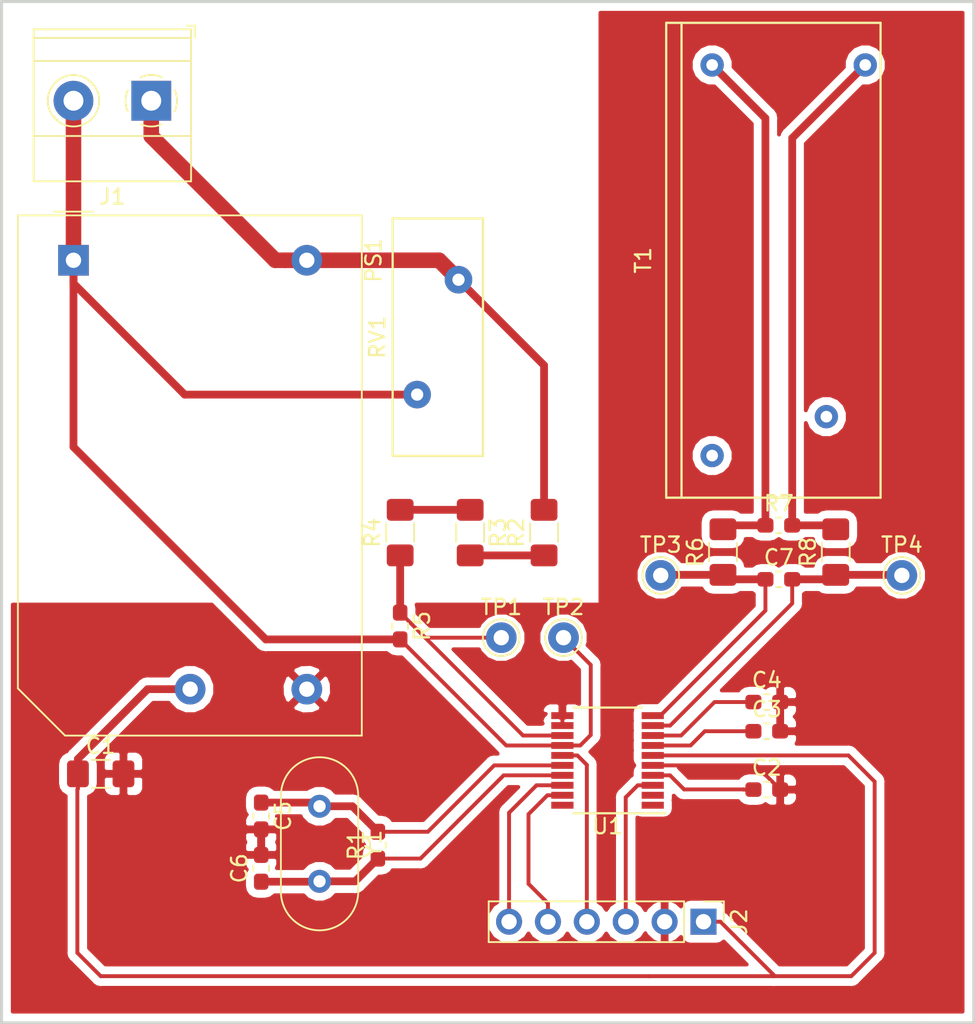
<source format=kicad_pcb>
(kicad_pcb (version 20171130) (host pcbnew 5.0.2-bee76a0~70~ubuntu18.04.1)

  (general
    (thickness 1.6)
    (drawings 6)
    (tracks 113)
    (zones 0)
    (modules 26)
    (nets 24)
  )

  (page A4)
  (layers
    (0 F.Cu signal)
    (31 B.Cu signal)
    (32 B.Adhes user)
    (33 F.Adhes user)
    (34 B.Paste user)
    (35 F.Paste user)
    (36 B.SilkS user)
    (37 F.SilkS user)
    (38 B.Mask user)
    (39 F.Mask user)
    (40 Dwgs.User user)
    (41 Cmts.User user)
    (42 Eco1.User user)
    (43 Eco2.User user)
    (44 Edge.Cuts user)
    (45 Margin user)
    (46 B.CrtYd user hide)
    (47 F.CrtYd user)
    (48 B.Fab user hide)
    (49 F.Fab user hide)
  )

  (setup
    (last_trace_width 0.254)
    (user_trace_width 0.254)
    (user_trace_width 0.508)
    (user_trace_width 1.016)
    (trace_clearance 0.2)
    (zone_clearance 0.508)
    (zone_45_only yes)
    (trace_min 0.2)
    (segment_width 0.2)
    (edge_width 0.15)
    (via_size 0.8)
    (via_drill 0.4)
    (via_min_size 0.4)
    (via_min_drill 0.3)
    (uvia_size 0.3)
    (uvia_drill 0.1)
    (uvias_allowed no)
    (uvia_min_size 0.2)
    (uvia_min_drill 0.1)
    (pcb_text_width 0.3)
    (pcb_text_size 1.5 1.5)
    (mod_edge_width 0.15)
    (mod_text_size 1 1)
    (mod_text_width 0.15)
    (pad_size 1.524 1.524)
    (pad_drill 0.762)
    (pad_to_mask_clearance 0.051)
    (solder_mask_min_width 0.25)
    (aux_axis_origin 0 0)
    (visible_elements FFFFFF7F)
    (pcbplotparams
      (layerselection 0x010fc_ffffffff)
      (usegerberextensions false)
      (usegerberattributes false)
      (usegerberadvancedattributes false)
      (creategerberjobfile false)
      (excludeedgelayer true)
      (linewidth 0.100000)
      (plotframeref false)
      (viasonmask false)
      (mode 1)
      (useauxorigin false)
      (hpglpennumber 1)
      (hpglpenspeed 20)
      (hpglpendiameter 15.000000)
      (psnegative false)
      (psa4output false)
      (plotreference true)
      (plotvalue true)
      (plotinvisibletext false)
      (padsonsilk false)
      (subtractmaskfromsilk false)
      (outputformat 1)
      (mirror false)
      (drillshape 1)
      (scaleselection 1)
      (outputdirectory ""))
  )

  (net 0 "")
  (net 1 "Net-(R6-Pad2)")
  (net 2 "Net-(R7-Pad2)")
  (net 3 /L)
  (net 4 V_IN)
  (net 5 I_IN1)
  (net 6 I_IP1)
  (net 7 V_IP)
  (net 8 "Net-(R2-Pad1)")
  (net 9 "Net-(R3-Pad1)")
  (net 10 "Net-(C5-Pad1)")
  (net 11 "Net-(C6-Pad1)")
  (net 12 "Net-(U1-Pad1)")
  (net 13 "Net-(U1-Pad2)")
  (net 14 SCS)
  (net 15 "Net-(C2-Pad1)")
  (net 16 GND)
  (net 17 +5V)
  (net 18 "Net-(C3-Pad1)")
  (net 19 "Net-(C4-Pad1)")
  (net 20 SYN)
  (net 21 SCL)
  (net 22 SDA)
  (net 23 "Net-(U1-Pad20)")

  (net_class Default "This is the default net class."
    (clearance 0.2)
    (trace_width 0.25)
    (via_dia 0.8)
    (via_drill 0.4)
    (uvia_dia 0.3)
    (uvia_drill 0.1)
    (add_net +5V)
    (add_net GND)
    (add_net I_IN1)
    (add_net I_IP1)
    (add_net "Net-(C2-Pad1)")
    (add_net "Net-(C3-Pad1)")
    (add_net "Net-(C4-Pad1)")
    (add_net "Net-(C5-Pad1)")
    (add_net "Net-(C6-Pad1)")
    (add_net "Net-(R2-Pad1)")
    (add_net "Net-(R3-Pad1)")
    (add_net "Net-(R6-Pad2)")
    (add_net "Net-(R7-Pad2)")
    (add_net "Net-(U1-Pad1)")
    (add_net "Net-(U1-Pad2)")
    (add_net "Net-(U1-Pad20)")
    (add_net SCL)
    (add_net SCS)
    (add_net SDA)
    (add_net SYN)
    (add_net V_IN)
    (add_net V_IP)
  )

  (net_class VAC ""
    (clearance 2)
    (trace_width 0.25)
    (via_dia 0.8)
    (via_drill 0.4)
    (uvia_dia 0.3)
    (uvia_drill 0.1)
    (add_net /L)
  )

  (module Capacitor_SMD:C_1206_3216Metric_Pad1.42x1.75mm_HandSolder (layer F.Cu) (tedit 5B301BBE) (tstamp 5C79C6E3)
    (at 18.542 62.484)
    (descr "Capacitor SMD 1206 (3216 Metric), square (rectangular) end terminal, IPC_7351 nominal with elongated pad for handsoldering. (Body size source: http://www.tortai-tech.com/upload/download/2011102023233369053.pdf), generated with kicad-footprint-generator")
    (tags "capacitor handsolder")
    (path /5BF797DC)
    (attr smd)
    (fp_text reference C1 (at 0 -1.82) (layer F.SilkS)
      (effects (font (size 1 1) (thickness 0.15)))
    )
    (fp_text value 1uF (at 0 1.82) (layer F.Fab)
      (effects (font (size 1 1) (thickness 0.15)))
    )
    (fp_line (start -1.6 0.8) (end -1.6 -0.8) (layer F.Fab) (width 0.1))
    (fp_line (start -1.6 -0.8) (end 1.6 -0.8) (layer F.Fab) (width 0.1))
    (fp_line (start 1.6 -0.8) (end 1.6 0.8) (layer F.Fab) (width 0.1))
    (fp_line (start 1.6 0.8) (end -1.6 0.8) (layer F.Fab) (width 0.1))
    (fp_line (start -0.602064 -0.91) (end 0.602064 -0.91) (layer F.SilkS) (width 0.12))
    (fp_line (start -0.602064 0.91) (end 0.602064 0.91) (layer F.SilkS) (width 0.12))
    (fp_line (start -2.45 1.12) (end -2.45 -1.12) (layer F.CrtYd) (width 0.05))
    (fp_line (start -2.45 -1.12) (end 2.45 -1.12) (layer F.CrtYd) (width 0.05))
    (fp_line (start 2.45 -1.12) (end 2.45 1.12) (layer F.CrtYd) (width 0.05))
    (fp_line (start 2.45 1.12) (end -2.45 1.12) (layer F.CrtYd) (width 0.05))
    (fp_text user %R (at 0 0) (layer F.Fab)
      (effects (font (size 0.8 0.8) (thickness 0.12)))
    )
    (pad 1 smd roundrect (at -1.4875 0) (size 1.425 1.75) (layers F.Cu F.Paste F.Mask) (roundrect_rratio 0.175439)
      (net 17 +5V))
    (pad 2 smd roundrect (at 1.4875 0) (size 1.425 1.75) (layers F.Cu F.Paste F.Mask) (roundrect_rratio 0.175439)
      (net 16 GND))
    (model ${KISYS3DMOD}/Capacitor_SMD.3dshapes/C_1206_3216Metric.wrl
      (at (xyz 0 0 0))
      (scale (xyz 1 1 1))
      (rotate (xyz 0 0 0))
    )
  )

  (module footprint_lib:T60404-E4624-X501 (layer F.Cu) (tedit 5C614C77) (tstamp 5C79C57A)
    (at 61.976 28.956 270)
    (path /5C626F9B)
    (fp_text reference T1 (at 0 8 270) (layer F.SilkS)
      (effects (font (size 1 1) (thickness 0.15)))
    )
    (fp_text value T60404-E4624-X501 (at 0 -8.75 270) (layer F.Fab)
      (effects (font (size 1 1) (thickness 0.15)))
    )
    (fp_line (start -15.5 6.5) (end -15.5 -7.5) (layer F.SilkS) (width 0.15))
    (fp_line (start -15.5 -7.5) (end 15.5 -7.5) (layer F.SilkS) (width 0.15))
    (fp_line (start 15.5 -7.5) (end 15.5 6.5) (layer F.SilkS) (width 0.15))
    (fp_line (start 15.5 6.5) (end -15.5 6.5) (layer F.SilkS) (width 0.15))
    (fp_line (start -15.5 5.5) (end 15.5 5.5) (layer F.SilkS) (width 0.15))
    (pad 4 thru_hole circle (at -12.75 3.5 270) (size 1.524 1.524) (drill 0.762) (layers *.Cu *.Mask)
      (net 1 "Net-(R6-Pad2)"))
    (pad 1 thru_hole circle (at -12.75 -6.5 270) (size 1.524 1.524) (drill 0.762) (layers *.Cu *.Mask)
      (net 2 "Net-(R7-Pad2)"))
    (pad 3 thru_hole circle (at 12.75 3.5 270) (size 1.524 1.524) (drill 0.762) (layers *.Cu *.Mask))
    (pad 2 thru_hole circle (at 10.21 -3.96 270) (size 1.524 1.524) (drill 0.762) (layers *.Cu *.Mask))
  )

  (module Capacitor_SMD:C_0603_1608Metric_Pad1.05x0.95mm_HandSolder (layer F.Cu) (tedit 5B301BBE) (tstamp 5C79C749)
    (at 62.045768 63.511835)
    (descr "Capacitor SMD 0603 (1608 Metric), square (rectangular) end terminal, IPC_7351 nominal with elongated pad for handsoldering. (Body size source: http://www.tortai-tech.com/upload/download/2011102023233369053.pdf), generated with kicad-footprint-generator")
    (tags "capacitor handsolder")
    (path /5BF7983E)
    (attr smd)
    (fp_text reference C2 (at 0 -1.43) (layer F.SilkS)
      (effects (font (size 1 1) (thickness 0.15)))
    )
    (fp_text value 10nF (at 0 1.43) (layer F.Fab)
      (effects (font (size 1 1) (thickness 0.15)))
    )
    (fp_text user %R (at 0 0) (layer F.Fab)
      (effects (font (size 0.4 0.4) (thickness 0.06)))
    )
    (fp_line (start 1.65 0.73) (end -1.65 0.73) (layer F.CrtYd) (width 0.05))
    (fp_line (start 1.65 -0.73) (end 1.65 0.73) (layer F.CrtYd) (width 0.05))
    (fp_line (start -1.65 -0.73) (end 1.65 -0.73) (layer F.CrtYd) (width 0.05))
    (fp_line (start -1.65 0.73) (end -1.65 -0.73) (layer F.CrtYd) (width 0.05))
    (fp_line (start -0.171267 0.51) (end 0.171267 0.51) (layer F.SilkS) (width 0.12))
    (fp_line (start -0.171267 -0.51) (end 0.171267 -0.51) (layer F.SilkS) (width 0.12))
    (fp_line (start 0.8 0.4) (end -0.8 0.4) (layer F.Fab) (width 0.1))
    (fp_line (start 0.8 -0.4) (end 0.8 0.4) (layer F.Fab) (width 0.1))
    (fp_line (start -0.8 -0.4) (end 0.8 -0.4) (layer F.Fab) (width 0.1))
    (fp_line (start -0.8 0.4) (end -0.8 -0.4) (layer F.Fab) (width 0.1))
    (pad 2 smd roundrect (at 0.875 0) (size 1.05 0.95) (layers F.Cu F.Paste F.Mask) (roundrect_rratio 0.25)
      (net 16 GND))
    (pad 1 smd roundrect (at -0.875 0) (size 1.05 0.95) (layers F.Cu F.Paste F.Mask) (roundrect_rratio 0.25)
      (net 15 "Net-(C2-Pad1)"))
    (model ${KISYS3DMOD}/Capacitor_SMD.3dshapes/C_0603_1608Metric.wrl
      (at (xyz 0 0 0))
      (scale (xyz 1 1 1))
      (rotate (xyz 0 0 0))
    )
  )

  (module Capacitor_SMD:C_0603_1608Metric_Pad1.05x0.95mm_HandSolder (layer F.Cu) (tedit 5B301BBE) (tstamp 5C79C738)
    (at 62.045768 59.701835)
    (descr "Capacitor SMD 0603 (1608 Metric), square (rectangular) end terminal, IPC_7351 nominal with elongated pad for handsoldering. (Body size source: http://www.tortai-tech.com/upload/download/2011102023233369053.pdf), generated with kicad-footprint-generator")
    (tags "capacitor handsolder")
    (path /5BF79837)
    (attr smd)
    (fp_text reference C3 (at 0 -1.43) (layer F.SilkS)
      (effects (font (size 1 1) (thickness 0.15)))
    )
    (fp_text value 10nF (at 0 1.43) (layer F.Fab)
      (effects (font (size 1 1) (thickness 0.15)))
    )
    (fp_line (start -0.8 0.4) (end -0.8 -0.4) (layer F.Fab) (width 0.1))
    (fp_line (start -0.8 -0.4) (end 0.8 -0.4) (layer F.Fab) (width 0.1))
    (fp_line (start 0.8 -0.4) (end 0.8 0.4) (layer F.Fab) (width 0.1))
    (fp_line (start 0.8 0.4) (end -0.8 0.4) (layer F.Fab) (width 0.1))
    (fp_line (start -0.171267 -0.51) (end 0.171267 -0.51) (layer F.SilkS) (width 0.12))
    (fp_line (start -0.171267 0.51) (end 0.171267 0.51) (layer F.SilkS) (width 0.12))
    (fp_line (start -1.65 0.73) (end -1.65 -0.73) (layer F.CrtYd) (width 0.05))
    (fp_line (start -1.65 -0.73) (end 1.65 -0.73) (layer F.CrtYd) (width 0.05))
    (fp_line (start 1.65 -0.73) (end 1.65 0.73) (layer F.CrtYd) (width 0.05))
    (fp_line (start 1.65 0.73) (end -1.65 0.73) (layer F.CrtYd) (width 0.05))
    (fp_text user %R (at 0 0) (layer F.Fab)
      (effects (font (size 0.4 0.4) (thickness 0.06)))
    )
    (pad 1 smd roundrect (at -0.875 0) (size 1.05 0.95) (layers F.Cu F.Paste F.Mask) (roundrect_rratio 0.25)
      (net 18 "Net-(C3-Pad1)"))
    (pad 2 smd roundrect (at 0.875 0) (size 1.05 0.95) (layers F.Cu F.Paste F.Mask) (roundrect_rratio 0.25)
      (net 16 GND))
    (model ${KISYS3DMOD}/Capacitor_SMD.3dshapes/C_0603_1608Metric.wrl
      (at (xyz 0 0 0))
      (scale (xyz 1 1 1))
      (rotate (xyz 0 0 0))
    )
  )

  (module Capacitor_SMD:C_0603_1608Metric_Pad1.05x0.95mm_HandSolder (layer F.Cu) (tedit 5B301BBE) (tstamp 5C79C727)
    (at 62.045768 57.796835)
    (descr "Capacitor SMD 0603 (1608 Metric), square (rectangular) end terminal, IPC_7351 nominal with elongated pad for handsoldering. (Body size source: http://www.tortai-tech.com/upload/download/2011102023233369053.pdf), generated with kicad-footprint-generator")
    (tags "capacitor handsolder")
    (path /5BF79830)
    (attr smd)
    (fp_text reference C4 (at 0 -1.43) (layer F.SilkS)
      (effects (font (size 1 1) (thickness 0.15)))
    )
    (fp_text value 10nF (at 0 1.43) (layer F.Fab)
      (effects (font (size 1 1) (thickness 0.15)))
    )
    (fp_text user %R (at 0 0) (layer F.Fab)
      (effects (font (size 0.4 0.4) (thickness 0.06)))
    )
    (fp_line (start 1.65 0.73) (end -1.65 0.73) (layer F.CrtYd) (width 0.05))
    (fp_line (start 1.65 -0.73) (end 1.65 0.73) (layer F.CrtYd) (width 0.05))
    (fp_line (start -1.65 -0.73) (end 1.65 -0.73) (layer F.CrtYd) (width 0.05))
    (fp_line (start -1.65 0.73) (end -1.65 -0.73) (layer F.CrtYd) (width 0.05))
    (fp_line (start -0.171267 0.51) (end 0.171267 0.51) (layer F.SilkS) (width 0.12))
    (fp_line (start -0.171267 -0.51) (end 0.171267 -0.51) (layer F.SilkS) (width 0.12))
    (fp_line (start 0.8 0.4) (end -0.8 0.4) (layer F.Fab) (width 0.1))
    (fp_line (start 0.8 -0.4) (end 0.8 0.4) (layer F.Fab) (width 0.1))
    (fp_line (start -0.8 -0.4) (end 0.8 -0.4) (layer F.Fab) (width 0.1))
    (fp_line (start -0.8 0.4) (end -0.8 -0.4) (layer F.Fab) (width 0.1))
    (pad 2 smd roundrect (at 0.875 0) (size 1.05 0.95) (layers F.Cu F.Paste F.Mask) (roundrect_rratio 0.25)
      (net 16 GND))
    (pad 1 smd roundrect (at -0.875 0) (size 1.05 0.95) (layers F.Cu F.Paste F.Mask) (roundrect_rratio 0.25)
      (net 19 "Net-(C4-Pad1)"))
    (model ${KISYS3DMOD}/Capacitor_SMD.3dshapes/C_0603_1608Metric.wrl
      (at (xyz 0 0 0))
      (scale (xyz 1 1 1))
      (rotate (xyz 0 0 0))
    )
  )

  (module Capacitor_SMD:C_0603_1608Metric_Pad1.05x0.95mm_HandSolder (layer F.Cu) (tedit 5B301BBE) (tstamp 5C79D077)
    (at 29.024909 65.235075 270)
    (descr "Capacitor SMD 0603 (1608 Metric), square (rectangular) end terminal, IPC_7351 nominal with elongated pad for handsoldering. (Body size source: http://www.tortai-tech.com/upload/download/2011102023233369053.pdf), generated with kicad-footprint-generator")
    (tags "capacitor handsolder")
    (path /5BF79883)
    (attr smd)
    (fp_text reference C5 (at 0 -1.43 270) (layer F.SilkS)
      (effects (font (size 1 1) (thickness 0.15)))
    )
    (fp_text value 15pF (at 0 1.43 270) (layer F.Fab)
      (effects (font (size 1 1) (thickness 0.15)))
    )
    (fp_line (start -0.8 0.4) (end -0.8 -0.4) (layer F.Fab) (width 0.1))
    (fp_line (start -0.8 -0.4) (end 0.8 -0.4) (layer F.Fab) (width 0.1))
    (fp_line (start 0.8 -0.4) (end 0.8 0.4) (layer F.Fab) (width 0.1))
    (fp_line (start 0.8 0.4) (end -0.8 0.4) (layer F.Fab) (width 0.1))
    (fp_line (start -0.171267 -0.51) (end 0.171267 -0.51) (layer F.SilkS) (width 0.12))
    (fp_line (start -0.171267 0.51) (end 0.171267 0.51) (layer F.SilkS) (width 0.12))
    (fp_line (start -1.65 0.73) (end -1.65 -0.73) (layer F.CrtYd) (width 0.05))
    (fp_line (start -1.65 -0.73) (end 1.65 -0.73) (layer F.CrtYd) (width 0.05))
    (fp_line (start 1.65 -0.73) (end 1.65 0.73) (layer F.CrtYd) (width 0.05))
    (fp_line (start 1.65 0.73) (end -1.65 0.73) (layer F.CrtYd) (width 0.05))
    (fp_text user %R (at 0 0 270) (layer F.Fab)
      (effects (font (size 0.4 0.4) (thickness 0.06)))
    )
    (pad 1 smd roundrect (at -0.875 0 270) (size 1.05 0.95) (layers F.Cu F.Paste F.Mask) (roundrect_rratio 0.25)
      (net 10 "Net-(C5-Pad1)"))
    (pad 2 smd roundrect (at 0.875 0 270) (size 1.05 0.95) (layers F.Cu F.Paste F.Mask) (roundrect_rratio 0.25)
      (net 16 GND))
    (model ${KISYS3DMOD}/Capacitor_SMD.3dshapes/C_0603_1608Metric.wrl
      (at (xyz 0 0 0))
      (scale (xyz 1 1 1))
      (rotate (xyz 0 0 0))
    )
  )

  (module Capacitor_SMD:C_0603_1608Metric_Pad1.05x0.95mm_HandSolder (layer F.Cu) (tedit 5B301BBE) (tstamp 5C79C705)
    (at 29.024909 68.650075 90)
    (descr "Capacitor SMD 0603 (1608 Metric), square (rectangular) end terminal, IPC_7351 nominal with elongated pad for handsoldering. (Body size source: http://www.tortai-tech.com/upload/download/2011102023233369053.pdf), generated with kicad-footprint-generator")
    (tags "capacitor handsolder")
    (path /5BF7988A)
    (attr smd)
    (fp_text reference C6 (at 0 -1.43 90) (layer F.SilkS)
      (effects (font (size 1 1) (thickness 0.15)))
    )
    (fp_text value 15pF (at 0 1.43 90) (layer F.Fab)
      (effects (font (size 1 1) (thickness 0.15)))
    )
    (fp_text user %R (at 0 0 90) (layer F.Fab)
      (effects (font (size 0.4 0.4) (thickness 0.06)))
    )
    (fp_line (start 1.65 0.73) (end -1.65 0.73) (layer F.CrtYd) (width 0.05))
    (fp_line (start 1.65 -0.73) (end 1.65 0.73) (layer F.CrtYd) (width 0.05))
    (fp_line (start -1.65 -0.73) (end 1.65 -0.73) (layer F.CrtYd) (width 0.05))
    (fp_line (start -1.65 0.73) (end -1.65 -0.73) (layer F.CrtYd) (width 0.05))
    (fp_line (start -0.171267 0.51) (end 0.171267 0.51) (layer F.SilkS) (width 0.12))
    (fp_line (start -0.171267 -0.51) (end 0.171267 -0.51) (layer F.SilkS) (width 0.12))
    (fp_line (start 0.8 0.4) (end -0.8 0.4) (layer F.Fab) (width 0.1))
    (fp_line (start 0.8 -0.4) (end 0.8 0.4) (layer F.Fab) (width 0.1))
    (fp_line (start -0.8 -0.4) (end 0.8 -0.4) (layer F.Fab) (width 0.1))
    (fp_line (start -0.8 0.4) (end -0.8 -0.4) (layer F.Fab) (width 0.1))
    (pad 2 smd roundrect (at 0.875 0 90) (size 1.05 0.95) (layers F.Cu F.Paste F.Mask) (roundrect_rratio 0.25)
      (net 16 GND))
    (pad 1 smd roundrect (at -0.875 0 90) (size 1.05 0.95) (layers F.Cu F.Paste F.Mask) (roundrect_rratio 0.25)
      (net 11 "Net-(C6-Pad1)"))
    (model ${KISYS3DMOD}/Capacitor_SMD.3dshapes/C_0603_1608Metric.wrl
      (at (xyz 0 0 0))
      (scale (xyz 1 1 1))
      (rotate (xyz 0 0 0))
    )
  )

  (module Capacitor_SMD:C_0603_1608Metric_Pad1.05x0.95mm_HandSolder (layer F.Cu) (tedit 5B301BBE) (tstamp 5C79C6F4)
    (at 62.830707 49.784)
    (descr "Capacitor SMD 0603 (1608 Metric), square (rectangular) end terminal, IPC_7351 nominal with elongated pad for handsoldering. (Body size source: http://www.tortai-tech.com/upload/download/2011102023233369053.pdf), generated with kicad-footprint-generator")
    (tags "capacitor handsolder")
    (path /5BF79772)
    (attr smd)
    (fp_text reference C7 (at 0 -1.43) (layer F.SilkS)
      (effects (font (size 1 1) (thickness 0.15)))
    )
    (fp_text value 0.01uF (at 0 1.43) (layer F.Fab)
      (effects (font (size 1 1) (thickness 0.15)))
    )
    (fp_line (start -0.8 0.4) (end -0.8 -0.4) (layer F.Fab) (width 0.1))
    (fp_line (start -0.8 -0.4) (end 0.8 -0.4) (layer F.Fab) (width 0.1))
    (fp_line (start 0.8 -0.4) (end 0.8 0.4) (layer F.Fab) (width 0.1))
    (fp_line (start 0.8 0.4) (end -0.8 0.4) (layer F.Fab) (width 0.1))
    (fp_line (start -0.171267 -0.51) (end 0.171267 -0.51) (layer F.SilkS) (width 0.12))
    (fp_line (start -0.171267 0.51) (end 0.171267 0.51) (layer F.SilkS) (width 0.12))
    (fp_line (start -1.65 0.73) (end -1.65 -0.73) (layer F.CrtYd) (width 0.05))
    (fp_line (start -1.65 -0.73) (end 1.65 -0.73) (layer F.CrtYd) (width 0.05))
    (fp_line (start 1.65 -0.73) (end 1.65 0.73) (layer F.CrtYd) (width 0.05))
    (fp_line (start 1.65 0.73) (end -1.65 0.73) (layer F.CrtYd) (width 0.05))
    (fp_text user %R (at 0 0) (layer F.Fab)
      (effects (font (size 0.4 0.4) (thickness 0.06)))
    )
    (pad 1 smd roundrect (at -0.875 0) (size 1.05 0.95) (layers F.Cu F.Paste F.Mask) (roundrect_rratio 0.25)
      (net 5 I_IN1))
    (pad 2 smd roundrect (at 0.875 0) (size 1.05 0.95) (layers F.Cu F.Paste F.Mask) (roundrect_rratio 0.25)
      (net 6 I_IP1))
    (model ${KISYS3DMOD}/Capacitor_SMD.3dshapes/C_0603_1608Metric.wrl
      (at (xyz 0 0 0))
      (scale (xyz 1 1 1))
      (rotate (xyz 0 0 0))
    )
  )

  (module Connector_PinHeader_2.54mm:PinHeader_1x06_P2.54mm_Vertical (layer F.Cu) (tedit 59FED5CC) (tstamp 5C79D5C6)
    (at 57.912 72.136 270)
    (descr "Through hole straight pin header, 1x06, 2.54mm pitch, single row")
    (tags "Through hole pin header THT 1x06 2.54mm single row")
    (path /5BF798B8)
    (fp_text reference J2 (at 0 -2.33 270) (layer F.SilkS)
      (effects (font (size 1 1) (thickness 0.15)))
    )
    (fp_text value Conn_01x06 (at 0 15.03 270) (layer F.Fab)
      (effects (font (size 1 1) (thickness 0.15)))
    )
    (fp_line (start -0.635 -1.27) (end 1.27 -1.27) (layer F.Fab) (width 0.1))
    (fp_line (start 1.27 -1.27) (end 1.27 13.97) (layer F.Fab) (width 0.1))
    (fp_line (start 1.27 13.97) (end -1.27 13.97) (layer F.Fab) (width 0.1))
    (fp_line (start -1.27 13.97) (end -1.27 -0.635) (layer F.Fab) (width 0.1))
    (fp_line (start -1.27 -0.635) (end -0.635 -1.27) (layer F.Fab) (width 0.1))
    (fp_line (start -1.33 14.03) (end 1.33 14.03) (layer F.SilkS) (width 0.12))
    (fp_line (start -1.33 1.27) (end -1.33 14.03) (layer F.SilkS) (width 0.12))
    (fp_line (start 1.33 1.27) (end 1.33 14.03) (layer F.SilkS) (width 0.12))
    (fp_line (start -1.33 1.27) (end 1.33 1.27) (layer F.SilkS) (width 0.12))
    (fp_line (start -1.33 0) (end -1.33 -1.33) (layer F.SilkS) (width 0.12))
    (fp_line (start -1.33 -1.33) (end 0 -1.33) (layer F.SilkS) (width 0.12))
    (fp_line (start -1.8 -1.8) (end -1.8 14.5) (layer F.CrtYd) (width 0.05))
    (fp_line (start -1.8 14.5) (end 1.8 14.5) (layer F.CrtYd) (width 0.05))
    (fp_line (start 1.8 14.5) (end 1.8 -1.8) (layer F.CrtYd) (width 0.05))
    (fp_line (start 1.8 -1.8) (end -1.8 -1.8) (layer F.CrtYd) (width 0.05))
    (fp_text user %R (at 0 6.35) (layer F.Fab)
      (effects (font (size 1 1) (thickness 0.15)))
    )
    (pad 1 thru_hole rect (at 0 0 270) (size 1.7 1.7) (drill 1) (layers *.Cu *.Mask)
      (net 17 +5V))
    (pad 2 thru_hole oval (at 0 2.54 270) (size 1.7 1.7) (drill 1) (layers *.Cu *.Mask)
      (net 16 GND))
    (pad 3 thru_hole oval (at 0 5.08 270) (size 1.7 1.7) (drill 1) (layers *.Cu *.Mask)
      (net 14 SCS))
    (pad 4 thru_hole oval (at 0 7.62 270) (size 1.7 1.7) (drill 1) (layers *.Cu *.Mask)
      (net 20 SYN))
    (pad 5 thru_hole oval (at 0 10.16 270) (size 1.7 1.7) (drill 1) (layers *.Cu *.Mask)
      (net 22 SDA))
    (pad 6 thru_hole oval (at 0 12.7 270) (size 1.7 1.7) (drill 1) (layers *.Cu *.Mask)
      (net 21 SCL))
    (model ${KISYS3DMOD}/Connector_PinHeader_2.54mm.3dshapes/PinHeader_1x06_P2.54mm_Vertical.wrl
      (at (xyz 0 0 0))
      (scale (xyz 1 1 1))
      (rotate (xyz 0 0 0))
    )
  )

  (module Converter_ACDC:Converter_ACDC_RECOM_RAC01-xxSGB_THT (layer F.Cu) (tedit 5BA81392) (tstamp 5C79C6B8)
    (at 16.764 28.956 270)
    (descr https://www.recom-power.com/pdf/Powerline-AC-DC/RAC01-GB.pdf)
    (tags "recom power ac dc rac01xxgb rac01-05sgb rac01-12sgb")
    (path /5BF797E5)
    (fp_text reference PS1 (at 0 -19.6 90) (layer F.SilkS)
      (effects (font (size 1 1) (thickness 0.15)))
    )
    (fp_text value RAC01-05SGB (at 14 -17.4 90) (layer F.Fab)
      (effects (font (size 1 1) (thickness 0.15)))
    )
    (fp_text user %R (at 14 -7 270) (layer F.Fab)
      (effects (font (size 1.5 1.5) (thickness 0.15)))
    )
    (fp_line (start 27.9 3.5) (end -2.8 3.5) (layer F.Fab) (width 0.1))
    (fp_line (start 30.9 0.5) (end 30.9 -18.7) (layer F.Fab) (width 0.1))
    (fp_line (start -2.8 -1) (end -2.8 -18.7) (layer F.Fab) (width 0.1))
    (fp_line (start -2.8 -18.7) (end 30.9 -18.7) (layer F.Fab) (width 0.1))
    (fp_line (start 27.9 3.5) (end 30.9 0.5) (layer F.Fab) (width 0.1))
    (fp_line (start 27.99 3.75) (end -3.05 3.75) (layer F.CrtYd) (width 0.05))
    (fp_line (start -3.05 3.75) (end -3.05 -18.95) (layer F.CrtYd) (width 0.05))
    (fp_line (start -3.05 -18.95) (end 31.15 -18.95) (layer F.CrtYd) (width 0.05))
    (fp_line (start 31.15 -18.95) (end 31.15 0.59) (layer F.CrtYd) (width 0.05))
    (fp_line (start 31.15 0.59) (end 27.99 3.75) (layer F.CrtYd) (width 0.05))
    (fp_line (start -2.8 -1) (end -1.8 0) (layer F.Fab) (width 0.1))
    (fp_line (start -1.8 0) (end -2.8 1) (layer F.Fab) (width 0.1))
    (fp_line (start 31.03 0.55) (end 31.03 -18.83) (layer F.SilkS) (width 0.12))
    (fp_line (start 27.95 3.63) (end 31.03 0.55) (layer F.SilkS) (width 0.12))
    (fp_line (start -2.93 -18.83) (end 31.03 -18.83) (layer F.SilkS) (width 0.12))
    (fp_line (start -2.93 3.63) (end -2.93 -18.83) (layer F.SilkS) (width 0.12))
    (fp_line (start 27.95 3.63) (end -2.93 3.63) (layer F.SilkS) (width 0.12))
    (fp_line (start -2.8 1) (end -2.8 3.5) (layer F.Fab) (width 0.1))
    (fp_line (start -3.175 -1.27) (end -3.175 1.27) (layer F.SilkS) (width 0.12))
    (pad 3 thru_hole circle (at 28 -15.24 90) (size 2 2) (drill 1) (layers *.Cu *.Mask)
      (net 16 GND))
    (pad 4 thru_hole circle (at 28 -7.62 90) (size 2 2) (drill 1) (layers *.Cu *.Mask)
      (net 17 +5V))
    (pad 2 thru_hole circle (at 0 -15.24 90) (size 2 2) (drill 1) (layers *.Cu *.Mask)
      (net 3 /L))
    (pad 1 thru_hole rect (at 0 0 90) (size 2 2) (drill 1) (layers *.Cu *.Mask)
      (net 4 V_IN))
    (model ${KISYS3DMOD}/Converter_ACDC.3dshapes/Converter_ACDC_RECOM_RAC01-xxSGB_THT.wrl
      (at (xyz 0 0 0))
      (scale (xyz 1 1 1))
      (rotate (xyz 0 0 0))
    )
  )

  (module Crystal:Crystal_HC18-U_Vertical (layer F.Cu) (tedit 5A1AD3B7) (tstamp 5C79CF96)
    (at 32.834909 64.600075 270)
    (descr "Crystal THT HC-18/U, http://5hertz.com/pdfs/04404_D.pdf")
    (tags "THT crystalHC-18/U")
    (path /5BF7987C)
    (fp_text reference Y1 (at 2.45 -3.525 270) (layer F.SilkS)
      (effects (font (size 1 1) (thickness 0.15)))
    )
    (fp_text value "Crystal 4MHz" (at 2.45 3.525 270) (layer F.Fab)
      (effects (font (size 1 1) (thickness 0.15)))
    )
    (fp_text user %R (at 2.45 0 270) (layer F.Fab)
      (effects (font (size 1 1) (thickness 0.15)))
    )
    (fp_line (start -0.675 -2.325) (end 5.575 -2.325) (layer F.Fab) (width 0.1))
    (fp_line (start -0.675 2.325) (end 5.575 2.325) (layer F.Fab) (width 0.1))
    (fp_line (start -0.55 -2) (end 5.45 -2) (layer F.Fab) (width 0.1))
    (fp_line (start -0.55 2) (end 5.45 2) (layer F.Fab) (width 0.1))
    (fp_line (start -0.675 -2.525) (end 5.575 -2.525) (layer F.SilkS) (width 0.12))
    (fp_line (start -0.675 2.525) (end 5.575 2.525) (layer F.SilkS) (width 0.12))
    (fp_line (start -3.5 -2.8) (end -3.5 2.8) (layer F.CrtYd) (width 0.05))
    (fp_line (start -3.5 2.8) (end 8.4 2.8) (layer F.CrtYd) (width 0.05))
    (fp_line (start 8.4 2.8) (end 8.4 -2.8) (layer F.CrtYd) (width 0.05))
    (fp_line (start 8.4 -2.8) (end -3.5 -2.8) (layer F.CrtYd) (width 0.05))
    (fp_arc (start -0.675 0) (end -0.675 -2.325) (angle -180) (layer F.Fab) (width 0.1))
    (fp_arc (start 5.575 0) (end 5.575 -2.325) (angle 180) (layer F.Fab) (width 0.1))
    (fp_arc (start -0.55 0) (end -0.55 -2) (angle -180) (layer F.Fab) (width 0.1))
    (fp_arc (start 5.45 0) (end 5.45 -2) (angle 180) (layer F.Fab) (width 0.1))
    (fp_arc (start -0.675 0) (end -0.675 -2.525) (angle -180) (layer F.SilkS) (width 0.12))
    (fp_arc (start 5.575 0) (end 5.575 -2.525) (angle 180) (layer F.SilkS) (width 0.12))
    (pad 1 thru_hole circle (at 0 0 270) (size 1.5 1.5) (drill 0.8) (layers *.Cu *.Mask)
      (net 10 "Net-(C5-Pad1)"))
    (pad 2 thru_hole circle (at 4.9 0 270) (size 1.5 1.5) (drill 0.8) (layers *.Cu *.Mask)
      (net 11 "Net-(C6-Pad1)"))
    (model ${KISYS3DMOD}/Crystal.3dshapes/Crystal_HC18-U_Vertical.wrl
      (at (xyz 0 0 0))
      (scale (xyz 1 1 1))
      (rotate (xyz 0 0 0))
    )
  )

  (module Package_SO:TSSOP-20_4.4x6.5mm_P0.65mm (layer F.Cu) (tedit 5A02F25C) (tstamp 5C79FCE8)
    (at 51.645768 61.606835 180)
    (descr "20-Lead Plastic Thin Shrink Small Outline (ST)-4.4 mm Body [TSSOP] (see Microchip Packaging Specification 00000049BS.pdf)")
    (tags "SSOP 0.65")
    (path /5BF79827)
    (attr smd)
    (fp_text reference U1 (at 0 -4.3 180) (layer F.SilkS)
      (effects (font (size 1 1) (thickness 0.15)))
    )
    (fp_text value STPM10BTR (at 0 4.3 180) (layer F.Fab)
      (effects (font (size 1 1) (thickness 0.15)))
    )
    (fp_line (start -1.2 -3.25) (end 2.2 -3.25) (layer F.Fab) (width 0.15))
    (fp_line (start 2.2 -3.25) (end 2.2 3.25) (layer F.Fab) (width 0.15))
    (fp_line (start 2.2 3.25) (end -2.2 3.25) (layer F.Fab) (width 0.15))
    (fp_line (start -2.2 3.25) (end -2.2 -2.25) (layer F.Fab) (width 0.15))
    (fp_line (start -2.2 -2.25) (end -1.2 -3.25) (layer F.Fab) (width 0.15))
    (fp_line (start -3.95 -3.55) (end -3.95 3.55) (layer F.CrtYd) (width 0.05))
    (fp_line (start 3.95 -3.55) (end 3.95 3.55) (layer F.CrtYd) (width 0.05))
    (fp_line (start -3.95 -3.55) (end 3.95 -3.55) (layer F.CrtYd) (width 0.05))
    (fp_line (start -3.95 3.55) (end 3.95 3.55) (layer F.CrtYd) (width 0.05))
    (fp_line (start -2.225 3.45) (end 2.225 3.45) (layer F.SilkS) (width 0.15))
    (fp_line (start -3.75 -3.45) (end 2.225 -3.45) (layer F.SilkS) (width 0.15))
    (fp_text user %R (at 0 0 180) (layer F.Fab)
      (effects (font (size 0.8 0.8) (thickness 0.15)))
    )
    (pad 1 smd rect (at -2.95 -2.925 180) (size 1.45 0.45) (layers F.Cu F.Paste F.Mask)
      (net 12 "Net-(U1-Pad1)"))
    (pad 2 smd rect (at -2.95 -2.275 180) (size 1.45 0.45) (layers F.Cu F.Paste F.Mask)
      (net 13 "Net-(U1-Pad2)"))
    (pad 3 smd rect (at -2.95 -1.625 180) (size 1.45 0.45) (layers F.Cu F.Paste F.Mask)
      (net 14 SCS))
    (pad 4 smd rect (at -2.95 -0.975 180) (size 1.45 0.45) (layers F.Cu F.Paste F.Mask)
      (net 15 "Net-(C2-Pad1)"))
    (pad 5 smd rect (at -2.95 -0.325 180) (size 1.45 0.45) (layers F.Cu F.Paste F.Mask)
      (net 16 GND))
    (pad 6 smd rect (at -2.95 0.325 180) (size 1.45 0.45) (layers F.Cu F.Paste F.Mask)
      (net 17 +5V))
    (pad 7 smd rect (at -2.95 0.975 180) (size 1.45 0.45) (layers F.Cu F.Paste F.Mask)
      (net 18 "Net-(C3-Pad1)"))
    (pad 8 smd rect (at -2.95 1.625 180) (size 1.45 0.45) (layers F.Cu F.Paste F.Mask)
      (net 19 "Net-(C4-Pad1)"))
    (pad 9 smd rect (at -2.95 2.275 180) (size 1.45 0.45) (layers F.Cu F.Paste F.Mask)
      (net 6 I_IP1))
    (pad 10 smd rect (at -2.95 2.925 180) (size 1.45 0.45) (layers F.Cu F.Paste F.Mask)
      (net 5 I_IN1))
    (pad 11 smd rect (at 2.95 2.925 180) (size 1.45 0.45) (layers F.Cu F.Paste F.Mask)
      (net 16 GND))
    (pad 12 smd rect (at 2.95 2.275 180) (size 1.45 0.45) (layers F.Cu F.Paste F.Mask)
      (net 16 GND))
    (pad 13 smd rect (at 2.95 1.625 180) (size 1.45 0.45) (layers F.Cu F.Paste F.Mask)
      (net 7 V_IP))
    (pad 14 smd rect (at 2.95 0.975 180) (size 1.45 0.45) (layers F.Cu F.Paste F.Mask)
      (net 4 V_IN))
    (pad 15 smd rect (at 2.95 0.325 180) (size 1.45 0.45) (layers F.Cu F.Paste F.Mask)
      (net 20 SYN))
    (pad 16 smd rect (at 2.95 -0.325 180) (size 1.45 0.45) (layers F.Cu F.Paste F.Mask)
      (net 10 "Net-(C5-Pad1)"))
    (pad 17 smd rect (at 2.95 -0.975 180) (size 1.45 0.45) (layers F.Cu F.Paste F.Mask)
      (net 11 "Net-(C6-Pad1)"))
    (pad 18 smd rect (at 2.95 -1.625 180) (size 1.45 0.45) (layers F.Cu F.Paste F.Mask)
      (net 21 SCL))
    (pad 19 smd rect (at 2.95 -2.275 180) (size 1.45 0.45) (layers F.Cu F.Paste F.Mask)
      (net 22 SDA))
    (pad 20 smd rect (at 2.95 -2.925 180) (size 1.45 0.45) (layers F.Cu F.Paste F.Mask)
      (net 23 "Net-(U1-Pad20)"))
    (model ${KISYS3DMOD}/Package_SO.3dshapes/TSSOP-20_4.4x6.5mm_P0.65mm.wrl
      (at (xyz 0 0 0))
      (scale (xyz 1 1 1))
      (rotate (xyz 0 0 0))
    )
  )

  (module Resistor_SMD:R_0603_1608Metric_Pad1.05x0.95mm_HandSolder (layer F.Cu) (tedit 5B301BBD) (tstamp 5C79C661)
    (at 62.830707 46.262143)
    (descr "Resistor SMD 0603 (1608 Metric), square (rectangular) end terminal, IPC_7351 nominal with elongated pad for handsoldering. (Body size source: http://www.tortai-tech.com/upload/download/2011102023233369053.pdf), generated with kicad-footprint-generator")
    (tags "resistor handsolder")
    (path /5BF7975B)
    (attr smd)
    (fp_text reference R7 (at 0 -1.43) (layer F.SilkS)
      (effects (font (size 1 1) (thickness 0.15)))
    )
    (fp_text value 12 (at 0 1.43) (layer F.Fab)
      (effects (font (size 1 1) (thickness 0.15)))
    )
    (fp_line (start -0.8 0.4) (end -0.8 -0.4) (layer F.Fab) (width 0.1))
    (fp_line (start -0.8 -0.4) (end 0.8 -0.4) (layer F.Fab) (width 0.1))
    (fp_line (start 0.8 -0.4) (end 0.8 0.4) (layer F.Fab) (width 0.1))
    (fp_line (start 0.8 0.4) (end -0.8 0.4) (layer F.Fab) (width 0.1))
    (fp_line (start -0.171267 -0.51) (end 0.171267 -0.51) (layer F.SilkS) (width 0.12))
    (fp_line (start -0.171267 0.51) (end 0.171267 0.51) (layer F.SilkS) (width 0.12))
    (fp_line (start -1.65 0.73) (end -1.65 -0.73) (layer F.CrtYd) (width 0.05))
    (fp_line (start -1.65 -0.73) (end 1.65 -0.73) (layer F.CrtYd) (width 0.05))
    (fp_line (start 1.65 -0.73) (end 1.65 0.73) (layer F.CrtYd) (width 0.05))
    (fp_line (start 1.65 0.73) (end -1.65 0.73) (layer F.CrtYd) (width 0.05))
    (fp_text user %R (at 0 0) (layer F.Fab)
      (effects (font (size 0.4 0.4) (thickness 0.06)))
    )
    (pad 1 smd roundrect (at -0.875 0) (size 1.05 0.95) (layers F.Cu F.Paste F.Mask) (roundrect_rratio 0.25)
      (net 1 "Net-(R6-Pad2)"))
    (pad 2 smd roundrect (at 0.875 0) (size 1.05 0.95) (layers F.Cu F.Paste F.Mask) (roundrect_rratio 0.25)
      (net 2 "Net-(R7-Pad2)"))
    (model ${KISYS3DMOD}/Resistor_SMD.3dshapes/R_0603_1608Metric.wrl
      (at (xyz 0 0 0))
      (scale (xyz 1 1 1))
      (rotate (xyz 0 0 0))
    )
  )

  (module Resistor_SMD:R_0603_1608Metric_Pad1.05x0.95mm_HandSolder (layer F.Cu) (tedit 5B301BBD) (tstamp 5C79C650)
    (at 36.644909 67.140075 90)
    (descr "Resistor SMD 0603 (1608 Metric), square (rectangular) end terminal, IPC_7351 nominal with elongated pad for handsoldering. (Body size source: http://www.tortai-tech.com/upload/download/2011102023233369053.pdf), generated with kicad-footprint-generator")
    (tags "resistor handsolder")
    (path /5BF79875)
    (attr smd)
    (fp_text reference R1 (at 0 -1.43 90) (layer F.SilkS)
      (effects (font (size 1 1) (thickness 0.15)))
    )
    (fp_text value 1M (at 0 1.43 90) (layer F.Fab)
      (effects (font (size 1 1) (thickness 0.15)))
    )
    (fp_text user %R (at 0 0 90) (layer F.Fab)
      (effects (font (size 0.4 0.4) (thickness 0.06)))
    )
    (fp_line (start 1.65 0.73) (end -1.65 0.73) (layer F.CrtYd) (width 0.05))
    (fp_line (start 1.65 -0.73) (end 1.65 0.73) (layer F.CrtYd) (width 0.05))
    (fp_line (start -1.65 -0.73) (end 1.65 -0.73) (layer F.CrtYd) (width 0.05))
    (fp_line (start -1.65 0.73) (end -1.65 -0.73) (layer F.CrtYd) (width 0.05))
    (fp_line (start -0.171267 0.51) (end 0.171267 0.51) (layer F.SilkS) (width 0.12))
    (fp_line (start -0.171267 -0.51) (end 0.171267 -0.51) (layer F.SilkS) (width 0.12))
    (fp_line (start 0.8 0.4) (end -0.8 0.4) (layer F.Fab) (width 0.1))
    (fp_line (start 0.8 -0.4) (end 0.8 0.4) (layer F.Fab) (width 0.1))
    (fp_line (start -0.8 -0.4) (end 0.8 -0.4) (layer F.Fab) (width 0.1))
    (fp_line (start -0.8 0.4) (end -0.8 -0.4) (layer F.Fab) (width 0.1))
    (pad 2 smd roundrect (at 0.875 0 90) (size 1.05 0.95) (layers F.Cu F.Paste F.Mask) (roundrect_rratio 0.25)
      (net 10 "Net-(C5-Pad1)"))
    (pad 1 smd roundrect (at -0.875 0 90) (size 1.05 0.95) (layers F.Cu F.Paste F.Mask) (roundrect_rratio 0.25)
      (net 11 "Net-(C6-Pad1)"))
    (model ${KISYS3DMOD}/Resistor_SMD.3dshapes/R_0603_1608Metric.wrl
      (at (xyz 0 0 0))
      (scale (xyz 1 1 1))
      (rotate (xyz 0 0 0))
    )
  )

  (module Resistor_SMD:R_0603_1608Metric_Pad1.05x0.95mm_HandSolder (layer F.Cu) (tedit 5B301BBD) (tstamp 5C79C63F)
    (at 38.1 52.832 270)
    (descr "Resistor SMD 0603 (1608 Metric), square (rectangular) end terminal, IPC_7351 nominal with elongated pad for handsoldering. (Body size source: http://www.tortai-tech.com/upload/download/2011102023233369053.pdf), generated with kicad-footprint-generator")
    (tags "resistor handsolder")
    (path /5BF797A7)
    (attr smd)
    (fp_text reference R5 (at 0 -1.43 270) (layer F.SilkS)
      (effects (font (size 1 1) (thickness 0.15)))
    )
    (fp_text value 475 (at 0 1.43 270) (layer F.Fab)
      (effects (font (size 1 1) (thickness 0.15)))
    )
    (fp_line (start -0.8 0.4) (end -0.8 -0.4) (layer F.Fab) (width 0.1))
    (fp_line (start -0.8 -0.4) (end 0.8 -0.4) (layer F.Fab) (width 0.1))
    (fp_line (start 0.8 -0.4) (end 0.8 0.4) (layer F.Fab) (width 0.1))
    (fp_line (start 0.8 0.4) (end -0.8 0.4) (layer F.Fab) (width 0.1))
    (fp_line (start -0.171267 -0.51) (end 0.171267 -0.51) (layer F.SilkS) (width 0.12))
    (fp_line (start -0.171267 0.51) (end 0.171267 0.51) (layer F.SilkS) (width 0.12))
    (fp_line (start -1.65 0.73) (end -1.65 -0.73) (layer F.CrtYd) (width 0.05))
    (fp_line (start -1.65 -0.73) (end 1.65 -0.73) (layer F.CrtYd) (width 0.05))
    (fp_line (start 1.65 -0.73) (end 1.65 0.73) (layer F.CrtYd) (width 0.05))
    (fp_line (start 1.65 0.73) (end -1.65 0.73) (layer F.CrtYd) (width 0.05))
    (fp_text user %R (at 0 0 270) (layer F.Fab)
      (effects (font (size 0.4 0.4) (thickness 0.06)))
    )
    (pad 1 smd roundrect (at -0.875 0 270) (size 1.05 0.95) (layers F.Cu F.Paste F.Mask) (roundrect_rratio 0.25)
      (net 7 V_IP))
    (pad 2 smd roundrect (at 0.875 0 270) (size 1.05 0.95) (layers F.Cu F.Paste F.Mask) (roundrect_rratio 0.25)
      (net 4 V_IN))
    (model ${KISYS3DMOD}/Resistor_SMD.3dshapes/R_0603_1608Metric.wrl
      (at (xyz 0 0 0))
      (scale (xyz 1 1 1))
      (rotate (xyz 0 0 0))
    )
  )

  (module Resistor_SMD:R_1206_3216Metric_Pad1.42x1.75mm_HandSolder (layer F.Cu) (tedit 5B301BBD) (tstamp 5C79C62E)
    (at 38.1 46.736 90)
    (descr "Resistor SMD 1206 (3216 Metric), square (rectangular) end terminal, IPC_7351 nominal with elongated pad for handsoldering. (Body size source: http://www.tortai-tech.com/upload/download/2011102023233369053.pdf), generated with kicad-footprint-generator")
    (tags "resistor handsolder")
    (path /5BF797A0)
    (attr smd)
    (fp_text reference R4 (at 0 -1.82 90) (layer F.SilkS)
      (effects (font (size 1 1) (thickness 0.15)))
    )
    (fp_text value 261k (at 0 1.82 90) (layer F.Fab)
      (effects (font (size 1 1) (thickness 0.15)))
    )
    (fp_line (start -1.6 0.8) (end -1.6 -0.8) (layer F.Fab) (width 0.1))
    (fp_line (start -1.6 -0.8) (end 1.6 -0.8) (layer F.Fab) (width 0.1))
    (fp_line (start 1.6 -0.8) (end 1.6 0.8) (layer F.Fab) (width 0.1))
    (fp_line (start 1.6 0.8) (end -1.6 0.8) (layer F.Fab) (width 0.1))
    (fp_line (start -0.602064 -0.91) (end 0.602064 -0.91) (layer F.SilkS) (width 0.12))
    (fp_line (start -0.602064 0.91) (end 0.602064 0.91) (layer F.SilkS) (width 0.12))
    (fp_line (start -2.45 1.12) (end -2.45 -1.12) (layer F.CrtYd) (width 0.05))
    (fp_line (start -2.45 -1.12) (end 2.45 -1.12) (layer F.CrtYd) (width 0.05))
    (fp_line (start 2.45 -1.12) (end 2.45 1.12) (layer F.CrtYd) (width 0.05))
    (fp_line (start 2.45 1.12) (end -2.45 1.12) (layer F.CrtYd) (width 0.05))
    (fp_text user %R (at 0 0 90) (layer F.Fab)
      (effects (font (size 0.8 0.8) (thickness 0.12)))
    )
    (pad 1 smd roundrect (at -1.4875 0 90) (size 1.425 1.75) (layers F.Cu F.Paste F.Mask) (roundrect_rratio 0.175439)
      (net 7 V_IP))
    (pad 2 smd roundrect (at 1.4875 0 90) (size 1.425 1.75) (layers F.Cu F.Paste F.Mask) (roundrect_rratio 0.175439)
      (net 9 "Net-(R3-Pad1)"))
    (model ${KISYS3DMOD}/Resistor_SMD.3dshapes/R_1206_3216Metric.wrl
      (at (xyz 0 0 0))
      (scale (xyz 1 1 1))
      (rotate (xyz 0 0 0))
    )
  )

  (module Resistor_SMD:R_1206_3216Metric_Pad1.42x1.75mm_HandSolder (layer F.Cu) (tedit 5B301BBD) (tstamp 5C79C61D)
    (at 42.672 46.736 270)
    (descr "Resistor SMD 1206 (3216 Metric), square (rectangular) end terminal, IPC_7351 nominal with elongated pad for handsoldering. (Body size source: http://www.tortai-tech.com/upload/download/2011102023233369053.pdf), generated with kicad-footprint-generator")
    (tags "resistor handsolder")
    (path /5BF79799)
    (attr smd)
    (fp_text reference R3 (at 0 -1.82 270) (layer F.SilkS)
      (effects (font (size 1 1) (thickness 0.15)))
    )
    (fp_text value 261k (at 0 1.82 270) (layer F.Fab)
      (effects (font (size 1 1) (thickness 0.15)))
    )
    (fp_text user %R (at 0 0 270) (layer F.Fab)
      (effects (font (size 0.8 0.8) (thickness 0.12)))
    )
    (fp_line (start 2.45 1.12) (end -2.45 1.12) (layer F.CrtYd) (width 0.05))
    (fp_line (start 2.45 -1.12) (end 2.45 1.12) (layer F.CrtYd) (width 0.05))
    (fp_line (start -2.45 -1.12) (end 2.45 -1.12) (layer F.CrtYd) (width 0.05))
    (fp_line (start -2.45 1.12) (end -2.45 -1.12) (layer F.CrtYd) (width 0.05))
    (fp_line (start -0.602064 0.91) (end 0.602064 0.91) (layer F.SilkS) (width 0.12))
    (fp_line (start -0.602064 -0.91) (end 0.602064 -0.91) (layer F.SilkS) (width 0.12))
    (fp_line (start 1.6 0.8) (end -1.6 0.8) (layer F.Fab) (width 0.1))
    (fp_line (start 1.6 -0.8) (end 1.6 0.8) (layer F.Fab) (width 0.1))
    (fp_line (start -1.6 -0.8) (end 1.6 -0.8) (layer F.Fab) (width 0.1))
    (fp_line (start -1.6 0.8) (end -1.6 -0.8) (layer F.Fab) (width 0.1))
    (pad 2 smd roundrect (at 1.4875 0 270) (size 1.425 1.75) (layers F.Cu F.Paste F.Mask) (roundrect_rratio 0.175439)
      (net 8 "Net-(R2-Pad1)"))
    (pad 1 smd roundrect (at -1.4875 0 270) (size 1.425 1.75) (layers F.Cu F.Paste F.Mask) (roundrect_rratio 0.175439)
      (net 9 "Net-(R3-Pad1)"))
    (model ${KISYS3DMOD}/Resistor_SMD.3dshapes/R_1206_3216Metric.wrl
      (at (xyz 0 0 0))
      (scale (xyz 1 1 1))
      (rotate (xyz 0 0 0))
    )
  )

  (module Resistor_SMD:R_1206_3216Metric_Pad1.42x1.75mm_HandSolder (layer F.Cu) (tedit 5B301BBD) (tstamp 5C79C60C)
    (at 47.498 46.736 90)
    (descr "Resistor SMD 1206 (3216 Metric), square (rectangular) end terminal, IPC_7351 nominal with elongated pad for handsoldering. (Body size source: http://www.tortai-tech.com/upload/download/2011102023233369053.pdf), generated with kicad-footprint-generator")
    (tags "resistor handsolder")
    (path /5BF79792)
    (attr smd)
    (fp_text reference R2 (at 0 -1.82 90) (layer F.SilkS)
      (effects (font (size 1 1) (thickness 0.15)))
    )
    (fp_text value 261k (at 0 1.82 90) (layer F.Fab)
      (effects (font (size 1 1) (thickness 0.15)))
    )
    (fp_line (start -1.6 0.8) (end -1.6 -0.8) (layer F.Fab) (width 0.1))
    (fp_line (start -1.6 -0.8) (end 1.6 -0.8) (layer F.Fab) (width 0.1))
    (fp_line (start 1.6 -0.8) (end 1.6 0.8) (layer F.Fab) (width 0.1))
    (fp_line (start 1.6 0.8) (end -1.6 0.8) (layer F.Fab) (width 0.1))
    (fp_line (start -0.602064 -0.91) (end 0.602064 -0.91) (layer F.SilkS) (width 0.12))
    (fp_line (start -0.602064 0.91) (end 0.602064 0.91) (layer F.SilkS) (width 0.12))
    (fp_line (start -2.45 1.12) (end -2.45 -1.12) (layer F.CrtYd) (width 0.05))
    (fp_line (start -2.45 -1.12) (end 2.45 -1.12) (layer F.CrtYd) (width 0.05))
    (fp_line (start 2.45 -1.12) (end 2.45 1.12) (layer F.CrtYd) (width 0.05))
    (fp_line (start 2.45 1.12) (end -2.45 1.12) (layer F.CrtYd) (width 0.05))
    (fp_text user %R (at 0 0 90) (layer F.Fab)
      (effects (font (size 0.8 0.8) (thickness 0.12)))
    )
    (pad 1 smd roundrect (at -1.4875 0 90) (size 1.425 1.75) (layers F.Cu F.Paste F.Mask) (roundrect_rratio 0.175439)
      (net 8 "Net-(R2-Pad1)"))
    (pad 2 smd roundrect (at 1.4875 0 90) (size 1.425 1.75) (layers F.Cu F.Paste F.Mask) (roundrect_rratio 0.175439)
      (net 3 /L))
    (model ${KISYS3DMOD}/Resistor_SMD.3dshapes/R_1206_3216Metric.wrl
      (at (xyz 0 0 0))
      (scale (xyz 1 1 1))
      (rotate (xyz 0 0 0))
    )
  )

  (module Resistor_SMD:R_1206_3216Metric_Pad1.42x1.75mm_HandSolder (layer F.Cu) (tedit 5B301BBD) (tstamp 5C79C5FB)
    (at 66.548 48.006 90)
    (descr "Resistor SMD 1206 (3216 Metric), square (rectangular) end terminal, IPC_7351 nominal with elongated pad for handsoldering. (Body size source: http://www.tortai-tech.com/upload/download/2011102023233369053.pdf), generated with kicad-footprint-generator")
    (tags "resistor handsolder")
    (path /5BF79769)
    (attr smd)
    (fp_text reference R8 (at 0 -1.82 90) (layer F.SilkS)
      (effects (font (size 1 1) (thickness 0.15)))
    )
    (fp_text value 2k (at 0 1.82 90) (layer F.Fab)
      (effects (font (size 1 1) (thickness 0.15)))
    )
    (fp_text user %R (at 0 0 90) (layer F.Fab)
      (effects (font (size 0.8 0.8) (thickness 0.12)))
    )
    (fp_line (start 2.45 1.12) (end -2.45 1.12) (layer F.CrtYd) (width 0.05))
    (fp_line (start 2.45 -1.12) (end 2.45 1.12) (layer F.CrtYd) (width 0.05))
    (fp_line (start -2.45 -1.12) (end 2.45 -1.12) (layer F.CrtYd) (width 0.05))
    (fp_line (start -2.45 1.12) (end -2.45 -1.12) (layer F.CrtYd) (width 0.05))
    (fp_line (start -0.602064 0.91) (end 0.602064 0.91) (layer F.SilkS) (width 0.12))
    (fp_line (start -0.602064 -0.91) (end 0.602064 -0.91) (layer F.SilkS) (width 0.12))
    (fp_line (start 1.6 0.8) (end -1.6 0.8) (layer F.Fab) (width 0.1))
    (fp_line (start 1.6 -0.8) (end 1.6 0.8) (layer F.Fab) (width 0.1))
    (fp_line (start -1.6 -0.8) (end 1.6 -0.8) (layer F.Fab) (width 0.1))
    (fp_line (start -1.6 0.8) (end -1.6 -0.8) (layer F.Fab) (width 0.1))
    (pad 2 smd roundrect (at 1.4875 0 90) (size 1.425 1.75) (layers F.Cu F.Paste F.Mask) (roundrect_rratio 0.175439)
      (net 2 "Net-(R7-Pad2)"))
    (pad 1 smd roundrect (at -1.4875 0 90) (size 1.425 1.75) (layers F.Cu F.Paste F.Mask) (roundrect_rratio 0.175439)
      (net 6 I_IP1))
    (model ${KISYS3DMOD}/Resistor_SMD.3dshapes/R_1206_3216Metric.wrl
      (at (xyz 0 0 0))
      (scale (xyz 1 1 1))
      (rotate (xyz 0 0 0))
    )
  )

  (module Resistor_SMD:R_1206_3216Metric_Pad1.42x1.75mm_HandSolder (layer F.Cu) (tedit 5B301BBD) (tstamp 5C79C5EA)
    (at 59.182 48.006 90)
    (descr "Resistor SMD 1206 (3216 Metric), square (rectangular) end terminal, IPC_7351 nominal with elongated pad for handsoldering. (Body size source: http://www.tortai-tech.com/upload/download/2011102023233369053.pdf), generated with kicad-footprint-generator")
    (tags "resistor handsolder")
    (path /5BF79762)
    (attr smd)
    (fp_text reference R6 (at 0 -1.82 90) (layer F.SilkS)
      (effects (font (size 1 1) (thickness 0.15)))
    )
    (fp_text value 2k (at 0 1.82 90) (layer F.Fab)
      (effects (font (size 1 1) (thickness 0.15)))
    )
    (fp_line (start -1.6 0.8) (end -1.6 -0.8) (layer F.Fab) (width 0.1))
    (fp_line (start -1.6 -0.8) (end 1.6 -0.8) (layer F.Fab) (width 0.1))
    (fp_line (start 1.6 -0.8) (end 1.6 0.8) (layer F.Fab) (width 0.1))
    (fp_line (start 1.6 0.8) (end -1.6 0.8) (layer F.Fab) (width 0.1))
    (fp_line (start -0.602064 -0.91) (end 0.602064 -0.91) (layer F.SilkS) (width 0.12))
    (fp_line (start -0.602064 0.91) (end 0.602064 0.91) (layer F.SilkS) (width 0.12))
    (fp_line (start -2.45 1.12) (end -2.45 -1.12) (layer F.CrtYd) (width 0.05))
    (fp_line (start -2.45 -1.12) (end 2.45 -1.12) (layer F.CrtYd) (width 0.05))
    (fp_line (start 2.45 -1.12) (end 2.45 1.12) (layer F.CrtYd) (width 0.05))
    (fp_line (start 2.45 1.12) (end -2.45 1.12) (layer F.CrtYd) (width 0.05))
    (fp_text user %R (at 0 0 90) (layer F.Fab)
      (effects (font (size 0.8 0.8) (thickness 0.12)))
    )
    (pad 1 smd roundrect (at -1.4875 0 90) (size 1.425 1.75) (layers F.Cu F.Paste F.Mask) (roundrect_rratio 0.175439)
      (net 5 I_IN1))
    (pad 2 smd roundrect (at 1.4875 0 90) (size 1.425 1.75) (layers F.Cu F.Paste F.Mask) (roundrect_rratio 0.175439)
      (net 1 "Net-(R6-Pad2)"))
    (model ${KISYS3DMOD}/Resistor_SMD.3dshapes/R_1206_3216Metric.wrl
      (at (xyz 0 0 0))
      (scale (xyz 1 1 1))
      (rotate (xyz 0 0 0))
    )
  )

  (module TerminalBlock_Phoenix:TerminalBlock_Phoenix_MKDS-1,5-2-5.08_1x02_P5.08mm_Horizontal (layer F.Cu) (tedit 5B294EBC) (tstamp 5C79C5D9)
    (at 21.844 18.542 180)
    (descr "Terminal Block Phoenix MKDS-1,5-2-5.08, 2 pins, pitch 5.08mm, size 10.2x9.8mm^2, drill diamater 1.3mm, pad diameter 2.6mm, see http://www.farnell.com/datasheets/100425.pdf, script-generated using https://github.com/pointhi/kicad-footprint-generator/scripts/TerminalBlock_Phoenix")
    (tags "THT Terminal Block Phoenix MKDS-1,5-2-5.08 pitch 5.08mm size 10.2x9.8mm^2 drill 1.3mm pad 2.6mm")
    (path /5BF7978B)
    (fp_text reference J1 (at 2.54 -6.26 180) (layer F.SilkS)
      (effects (font (size 1 1) (thickness 0.15)))
    )
    (fp_text value Screw_Terminal_01x02 (at 2.54 5.66 180) (layer F.Fab)
      (effects (font (size 1 1) (thickness 0.15)))
    )
    (fp_arc (start 0 0) (end 0 1.68) (angle -24) (layer F.SilkS) (width 0.12))
    (fp_arc (start 0 0) (end 1.535 0.684) (angle -48) (layer F.SilkS) (width 0.12))
    (fp_arc (start 0 0) (end 0.684 -1.535) (angle -48) (layer F.SilkS) (width 0.12))
    (fp_arc (start 0 0) (end -1.535 -0.684) (angle -48) (layer F.SilkS) (width 0.12))
    (fp_arc (start 0 0) (end -0.684 1.535) (angle -25) (layer F.SilkS) (width 0.12))
    (fp_circle (center 0 0) (end 1.5 0) (layer F.Fab) (width 0.1))
    (fp_circle (center 5.08 0) (end 6.58 0) (layer F.Fab) (width 0.1))
    (fp_circle (center 5.08 0) (end 6.76 0) (layer F.SilkS) (width 0.12))
    (fp_line (start -2.54 -5.2) (end 7.62 -5.2) (layer F.Fab) (width 0.1))
    (fp_line (start 7.62 -5.2) (end 7.62 4.6) (layer F.Fab) (width 0.1))
    (fp_line (start 7.62 4.6) (end -2.04 4.6) (layer F.Fab) (width 0.1))
    (fp_line (start -2.04 4.6) (end -2.54 4.1) (layer F.Fab) (width 0.1))
    (fp_line (start -2.54 4.1) (end -2.54 -5.2) (layer F.Fab) (width 0.1))
    (fp_line (start -2.54 4.1) (end 7.62 4.1) (layer F.Fab) (width 0.1))
    (fp_line (start -2.6 4.1) (end 7.68 4.1) (layer F.SilkS) (width 0.12))
    (fp_line (start -2.54 2.6) (end 7.62 2.6) (layer F.Fab) (width 0.1))
    (fp_line (start -2.6 2.6) (end 7.68 2.6) (layer F.SilkS) (width 0.12))
    (fp_line (start -2.54 -2.3) (end 7.62 -2.3) (layer F.Fab) (width 0.1))
    (fp_line (start -2.6 -2.301) (end 7.68 -2.301) (layer F.SilkS) (width 0.12))
    (fp_line (start -2.6 -5.261) (end 7.68 -5.261) (layer F.SilkS) (width 0.12))
    (fp_line (start -2.6 4.66) (end 7.68 4.66) (layer F.SilkS) (width 0.12))
    (fp_line (start -2.6 -5.261) (end -2.6 4.66) (layer F.SilkS) (width 0.12))
    (fp_line (start 7.68 -5.261) (end 7.68 4.66) (layer F.SilkS) (width 0.12))
    (fp_line (start 1.138 -0.955) (end -0.955 1.138) (layer F.Fab) (width 0.1))
    (fp_line (start 0.955 -1.138) (end -1.138 0.955) (layer F.Fab) (width 0.1))
    (fp_line (start 6.218 -0.955) (end 4.126 1.138) (layer F.Fab) (width 0.1))
    (fp_line (start 6.035 -1.138) (end 3.943 0.955) (layer F.Fab) (width 0.1))
    (fp_line (start 6.355 -1.069) (end 6.308 -1.023) (layer F.SilkS) (width 0.12))
    (fp_line (start 4.046 1.239) (end 4.011 1.274) (layer F.SilkS) (width 0.12))
    (fp_line (start 6.15 -1.275) (end 6.115 -1.239) (layer F.SilkS) (width 0.12))
    (fp_line (start 3.853 1.023) (end 3.806 1.069) (layer F.SilkS) (width 0.12))
    (fp_line (start -2.84 4.16) (end -2.84 4.9) (layer F.SilkS) (width 0.12))
    (fp_line (start -2.84 4.9) (end -2.34 4.9) (layer F.SilkS) (width 0.12))
    (fp_line (start -3.04 -5.71) (end -3.04 5.1) (layer F.CrtYd) (width 0.05))
    (fp_line (start -3.04 5.1) (end 8.13 5.1) (layer F.CrtYd) (width 0.05))
    (fp_line (start 8.13 5.1) (end 8.13 -5.71) (layer F.CrtYd) (width 0.05))
    (fp_line (start 8.13 -5.71) (end -3.04 -5.71) (layer F.CrtYd) (width 0.05))
    (fp_text user %R (at 2.54 3.2 180) (layer F.Fab)
      (effects (font (size 1 1) (thickness 0.15)))
    )
    (pad 1 thru_hole rect (at 0 0 180) (size 2.6 2.6) (drill 1.3) (layers *.Cu *.Mask)
      (net 3 /L))
    (pad 2 thru_hole circle (at 5.08 0 180) (size 2.6 2.6) (drill 1.3) (layers *.Cu *.Mask)
      (net 4 V_IN))
    (model ${KISYS3DMOD}/TerminalBlock_Phoenix.3dshapes/TerminalBlock_Phoenix_MKDS-1,5-2-5.08_1x02_P5.08mm_Horizontal.wrl
      (at (xyz 0 0 0))
      (scale (xyz 1 1 1))
      (rotate (xyz 0 0 0))
    )
  )

  (module TestPoint:TestPoint_THTPad_D2.0mm_Drill1.0mm (layer F.Cu) (tedit 5A0F774F) (tstamp 5C79FA05)
    (at 44.704 53.594)
    (descr "THT pad as test Point, diameter 2.0mm, hole diameter 1.0mm")
    (tags "test point THT pad")
    (path /5BF797B5)
    (attr virtual)
    (fp_text reference TP1 (at 0 -1.998) (layer F.SilkS)
      (effects (font (size 1 1) (thickness 0.15)))
    )
    (fp_text value TestPoint (at 0 2.05) (layer F.Fab)
      (effects (font (size 1 1) (thickness 0.15)))
    )
    (fp_circle (center 0 0) (end 0 1.2) (layer F.SilkS) (width 0.12))
    (fp_circle (center 0 0) (end 1.5 0) (layer F.CrtYd) (width 0.05))
    (fp_text user %R (at 0 -2) (layer F.Fab)
      (effects (font (size 1 1) (thickness 0.15)))
    )
    (pad 1 thru_hole circle (at 0 0) (size 2 2) (drill 1) (layers *.Cu *.Mask)
      (net 7 V_IP))
  )

  (module TestPoint:TestPoint_THTPad_D2.0mm_Drill1.0mm (layer F.Cu) (tedit 5A0F774F) (tstamp 5C79C5A5)
    (at 48.768 53.594)
    (descr "THT pad as test Point, diameter 2.0mm, hole diameter 1.0mm")
    (tags "test point THT pad")
    (path /5BF797BC)
    (attr virtual)
    (fp_text reference TP2 (at 0 -1.998) (layer F.SilkS)
      (effects (font (size 1 1) (thickness 0.15)))
    )
    (fp_text value TestPoint (at 0 2.05) (layer F.Fab)
      (effects (font (size 1 1) (thickness 0.15)))
    )
    (fp_text user %R (at 0 -2) (layer F.Fab)
      (effects (font (size 1 1) (thickness 0.15)))
    )
    (fp_circle (center 0 0) (end 1.5 0) (layer F.CrtYd) (width 0.05))
    (fp_circle (center 0 0) (end 0 1.2) (layer F.SilkS) (width 0.12))
    (pad 1 thru_hole circle (at 0 0) (size 2 2) (drill 1) (layers *.Cu *.Mask)
      (net 4 V_IN))
  )

  (module TestPoint:TestPoint_THTPad_D2.0mm_Drill1.0mm (layer F.Cu) (tedit 5A0F774F) (tstamp 5C79C59D)
    (at 55.118 49.53)
    (descr "THT pad as test Point, diameter 2.0mm, hole diameter 1.0mm")
    (tags "test point THT pad")
    (path /5BF7977B)
    (attr virtual)
    (fp_text reference TP3 (at 0 -1.998) (layer F.SilkS)
      (effects (font (size 1 1) (thickness 0.15)))
    )
    (fp_text value TestPoint (at 0 2.05) (layer F.Fab)
      (effects (font (size 1 1) (thickness 0.15)))
    )
    (fp_circle (center 0 0) (end 0 1.2) (layer F.SilkS) (width 0.12))
    (fp_circle (center 0 0) (end 1.5 0) (layer F.CrtYd) (width 0.05))
    (fp_text user %R (at 0 -2) (layer F.Fab)
      (effects (font (size 1 1) (thickness 0.15)))
    )
    (pad 1 thru_hole circle (at 0 0) (size 2 2) (drill 1) (layers *.Cu *.Mask)
      (net 5 I_IN1))
  )

  (module TestPoint:TestPoint_THTPad_D2.0mm_Drill1.0mm (layer F.Cu) (tedit 5A0F774F) (tstamp 5C79C595)
    (at 70.866 49.53)
    (descr "THT pad as test Point, diameter 2.0mm, hole diameter 1.0mm")
    (tags "test point THT pad")
    (path /5BF79782)
    (attr virtual)
    (fp_text reference TP4 (at 0 -1.998) (layer F.SilkS)
      (effects (font (size 1 1) (thickness 0.15)))
    )
    (fp_text value TestPoint (at 0 2.05) (layer F.Fab)
      (effects (font (size 1 1) (thickness 0.15)))
    )
    (fp_text user %R (at 0 -2) (layer F.Fab)
      (effects (font (size 1 1) (thickness 0.15)))
    )
    (fp_circle (center 0 0) (end 1.5 0) (layer F.CrtYd) (width 0.05))
    (fp_circle (center 0 0) (end 0 1.2) (layer F.SilkS) (width 0.12))
    (pad 1 thru_hole circle (at 0 0) (size 2 2) (drill 1) (layers *.Cu *.Mask)
      (net 6 I_IP1))
  )

  (module Varistor:RV_Disc_D15.5mm_W5.9mm_P7.5mm (layer F.Cu) (tedit 5A0F68DF) (tstamp 5C79C58D)
    (at 41.91 30.226 270)
    (descr "Varistor, diameter 15.5mm, width 5.9mm, pitch 7.5mm")
    (tags "varistor SIOV")
    (path /5BF797F3)
    (fp_text reference RV1 (at 3.75 5.3 270) (layer F.SilkS)
      (effects (font (size 1 1) (thickness 0.15)))
    )
    (fp_text value Varistor (at 3.75 -2.6 270) (layer F.Fab)
      (effects (font (size 1 1) (thickness 0.15)))
    )
    (fp_text user %R (at 3.75 1.35 270) (layer F.Fab)
      (effects (font (size 1 1) (thickness 0.15)))
    )
    (fp_line (start -4.25 4.55) (end 11.75 4.55) (layer F.CrtYd) (width 0.05))
    (fp_line (start -4.25 -1.85) (end 11.75 -1.85) (layer F.CrtYd) (width 0.05))
    (fp_line (start 11.75 -1.85) (end 11.75 4.55) (layer F.CrtYd) (width 0.05))
    (fp_line (start -4.25 -1.85) (end -4.25 4.55) (layer F.CrtYd) (width 0.05))
    (fp_line (start -4 4.3) (end 11.5 4.3) (layer F.SilkS) (width 0.15))
    (fp_line (start -4 -1.6) (end 11.5 -1.6) (layer F.SilkS) (width 0.15))
    (fp_line (start 11.5 -1.6) (end 11.5 4.3) (layer F.SilkS) (width 0.15))
    (fp_line (start -4 -1.6) (end -4 4.3) (layer F.SilkS) (width 0.15))
    (fp_line (start -4 4.3) (end 11.5 4.3) (layer F.Fab) (width 0.1))
    (fp_line (start -4 -1.6) (end 11.5 -1.6) (layer F.Fab) (width 0.1))
    (fp_line (start 11.5 -1.6) (end 11.5 4.3) (layer F.Fab) (width 0.1))
    (fp_line (start -4 -1.6) (end -4 4.3) (layer F.Fab) (width 0.1))
    (pad 1 thru_hole circle (at 0 0 270) (size 1.8 1.8) (drill 0.8) (layers *.Cu *.Mask)
      (net 3 /L))
    (pad 2 thru_hole circle (at 7.5 2.7 270) (size 1.8 1.8) (drill 0.8) (layers *.Cu *.Mask)
      (net 4 V_IN))
    (model ${KISYS3DMOD}/Varistor.3dshapes/RV_Disc_D15.5mm_W5.9mm_P7.5mm.wrl
      (at (xyz 0 0 0))
      (scale (xyz 1 1 1))
      (rotate (xyz 0 0 0))
    )
  )

  (gr_line (start 75.565 12.065) (end 12.065 12.065) (layer Edge.Cuts) (width 0.2))
  (gr_line (start 75.565 12.7) (end 75.565 12.065) (layer Edge.Cuts) (width 0.2))
  (gr_line (start 75.565 78.74) (end 75.565 12.7) (layer Edge.Cuts) (width 0.2))
  (gr_line (start 72.39 78.74) (end 75.565 78.74) (layer Edge.Cuts) (width 0.2))
  (gr_line (start 12.065 78.74) (end 72.39 78.74) (layer Edge.Cuts) (width 0.2))
  (gr_line (start 12.065 12.065) (end 12.065 78.74) (layer Edge.Cuts) (width 0.2))

  (segment (start 59.438357 46.262143) (end 59.182 46.5185) (width 0.508) (layer F.Cu) (net 1))
  (segment (start 61.955707 46.262143) (end 59.438357 46.262143) (width 0.508) (layer F.Cu) (net 1))
  (segment (start 61.955707 19.685707) (end 61.955707 46.262143) (width 0.508) (layer F.Cu) (net 1))
  (segment (start 58.476 16.206) (end 61.955707 19.685707) (width 0.508) (layer F.Cu) (net 1))
  (segment (start 66.291643 46.262143) (end 66.548 46.5185) (width 0.508) (layer F.Cu) (net 2))
  (segment (start 63.705707 46.262143) (end 66.291643 46.262143) (width 0.508) (layer F.Cu) (net 2))
  (segment (start 63.705707 20.976293) (end 63.705707 46.262143) (width 0.508) (layer F.Cu) (net 2))
  (segment (start 68.476 16.206) (end 63.705707 20.976293) (width 0.508) (layer F.Cu) (net 2))
  (segment (start 30.589787 28.956) (end 32.004 28.956) (width 1.016) (layer F.Cu) (net 3))
  (segment (start 29.942 28.956) (end 30.589787 28.956) (width 1.016) (layer F.Cu) (net 3))
  (segment (start 21.844 20.858) (end 29.942 28.956) (width 1.016) (layer F.Cu) (net 3))
  (segment (start 21.844 18.542) (end 21.844 20.858) (width 1.016) (layer F.Cu) (net 3))
  (segment (start 40.64 28.956) (end 41.91 30.226) (width 1.016) (layer F.Cu) (net 3))
  (segment (start 32.004 28.956) (end 40.64 28.956) (width 1.016) (layer F.Cu) (net 3))
  (segment (start 47.498 35.814) (end 47.498 45.2485) (width 0.508) (layer F.Cu) (net 3))
  (segment (start 41.91 30.226) (end 47.498 35.814) (width 0.508) (layer F.Cu) (net 3))
  (segment (start 16.764 18.542) (end 16.764 28.956) (width 1.016) (layer F.Cu) (net 4))
  (segment (start 37.937208 37.726) (end 39.21 37.726) (width 0.508) (layer F.Cu) (net 4))
  (segment (start 24.026 37.726) (end 37.937208 37.726) (width 0.508) (layer F.Cu) (net 4))
  (segment (start 16.764 30.464) (end 24.026 37.726) (width 0.508) (layer F.Cu) (net 4))
  (segment (start 16.764 28.956) (end 16.764 30.464) (width 0.508) (layer F.Cu) (net 4))
  (segment (start 38.1 53.707) (end 29.323 53.707) (width 0.508) (layer F.Cu) (net 4))
  (segment (start 16.764 41.148) (end 16.764 28.956) (width 0.508) (layer F.Cu) (net 4))
  (segment (start 29.323 53.707) (end 16.764 41.148) (width 0.508) (layer F.Cu) (net 4))
  (segment (start 45.024835 60.631835) (end 48.695768 60.631835) (width 0.254) (layer F.Cu) (net 4))
  (segment (start 38.1 53.707) (end 45.024835 60.631835) (width 0.254) (layer F.Cu) (net 4))
  (segment (start 49.858165 60.631835) (end 48.695768 60.631835) (width 0.254) (layer F.Cu) (net 4))
  (segment (start 50.546 59.944) (end 49.858165 60.631835) (width 0.254) (layer F.Cu) (net 4))
  (segment (start 48.768 53.594) (end 50.546 55.372) (width 0.254) (layer F.Cu) (net 4))
  (segment (start 50.546 55.372) (end 50.546 59.944) (width 0.254) (layer F.Cu) (net 4))
  (segment (start 66.2575 49.784) (end 66.548 49.4935) (width 0.508) (layer F.Cu) (net 6))
  (segment (start 63.705707 49.784) (end 66.2575 49.784) (width 0.508) (layer F.Cu) (net 6))
  (segment (start 59.4725 49.784) (end 59.182 49.4935) (width 0.508) (layer F.Cu) (net 5))
  (segment (start 61.955707 49.784) (end 59.4725 49.784) (width 0.508) (layer F.Cu) (net 5))
  (segment (start 55.095768 58.681835) (end 54.595768 58.681835) (width 0.254) (layer F.Cu) (net 5))
  (segment (start 61.955707 51.821896) (end 55.095768 58.681835) (width 0.254) (layer F.Cu) (net 5))
  (segment (start 61.955707 49.784) (end 61.955707 51.821896) (width 0.254) (layer F.Cu) (net 5))
  (segment (start 55.1545 49.4935) (end 55.118 49.53) (width 0.508) (layer F.Cu) (net 5))
  (segment (start 59.182 49.4935) (end 55.1545 49.4935) (width 0.508) (layer F.Cu) (net 5))
  (segment (start 63.705707 49.784) (end 63.705707 51.356293) (width 0.254) (layer F.Cu) (net 6))
  (segment (start 55.730165 59.331835) (end 54.595768 59.331835) (width 0.254) (layer F.Cu) (net 6))
  (segment (start 63.705707 51.356293) (end 55.730165 59.331835) (width 0.254) (layer F.Cu) (net 6))
  (segment (start 70.8295 49.4935) (end 70.866 49.53) (width 0.508) (layer F.Cu) (net 6))
  (segment (start 66.548 49.4935) (end 70.8295 49.4935) (width 0.508) (layer F.Cu) (net 6))
  (segment (start 38.1 48.2235) (end 38.1 51.957) (width 0.508) (layer F.Cu) (net 7))
  (segment (start 46.124835 59.981835) (end 48.695768 59.981835) (width 0.254) (layer F.Cu) (net 7))
  (segment (start 39.737 53.594) (end 44.704 53.594) (width 0.254) (layer F.Cu) (net 7))
  (segment (start 39.737 53.594) (end 46.124835 59.981835) (width 0.254) (layer F.Cu) (net 7))
  (segment (start 38.1 51.957) (end 39.737 53.594) (width 0.254) (layer F.Cu) (net 7))
  (segment (start 47.498 48.2235) (end 42.672 48.2235) (width 0.508) (layer F.Cu) (net 8))
  (segment (start 42.672 45.2485) (end 38.1 45.2485) (width 0.508) (layer F.Cu) (net 9))
  (segment (start 36.644909 66.265075) (end 39.906925 66.265075) (width 0.254) (layer F.Cu) (net 10))
  (segment (start 44.240165 61.931835) (end 48.695768 61.931835) (width 0.254) (layer F.Cu) (net 10))
  (segment (start 39.906925 66.265075) (end 44.240165 61.931835) (width 0.254) (layer F.Cu) (net 10))
  (segment (start 32.594909 64.360075) (end 32.834909 64.600075) (width 0.508) (layer F.Cu) (net 10))
  (segment (start 29.024909 64.360075) (end 32.594909 64.360075) (width 0.508) (layer F.Cu) (net 10))
  (segment (start 34.979909 64.600075) (end 36.644909 66.265075) (width 0.508) (layer F.Cu) (net 10))
  (segment (start 32.834909 64.600075) (end 34.979909 64.600075) (width 0.508) (layer F.Cu) (net 10))
  (segment (start 36.644909 68.015075) (end 39.426925 68.015075) (width 0.254) (layer F.Cu) (net 11))
  (segment (start 44.860165 62.581835) (end 48.695768 62.581835) (width 0.254) (layer F.Cu) (net 11))
  (segment (start 39.426925 68.015075) (end 44.860165 62.581835) (width 0.254) (layer F.Cu) (net 11))
  (segment (start 32.809909 69.525075) (end 32.834909 69.500075) (width 0.508) (layer F.Cu) (net 11))
  (segment (start 29.024909 69.525075) (end 32.809909 69.525075) (width 0.508) (layer F.Cu) (net 11))
  (segment (start 35.159909 69.500075) (end 36.644909 68.015075) (width 0.508) (layer F.Cu) (net 11))
  (segment (start 32.834909 69.500075) (end 35.159909 69.500075) (width 0.508) (layer F.Cu) (net 11))
  (segment (start 53.616768 63.231835) (end 54.595768 63.231835) (width 0.254) (layer F.Cu) (net 14))
  (segment (start 52.832 64.016603) (end 53.616768 63.231835) (width 0.254) (layer F.Cu) (net 14))
  (segment (start 52.832 72.136) (end 52.832 64.016603) (width 0.254) (layer F.Cu) (net 14))
  (segment (start 60.545768 63.511835) (end 60.533933 63.5) (width 0.254) (layer F.Cu) (net 15))
  (segment (start 61.170768 63.511835) (end 60.545768 63.511835) (width 0.254) (layer F.Cu) (net 15))
  (segment (start 60.533933 63.5) (end 56.642 63.5) (width 0.254) (layer F.Cu) (net 15))
  (segment (start 55.723835 62.581835) (end 54.595768 62.581835) (width 0.254) (layer F.Cu) (net 15))
  (segment (start 56.642 63.5) (end 55.723835 62.581835) (width 0.254) (layer F.Cu) (net 15))
  (segment (start 29.024909 66.110075) (end 29.024909 67.775075) (width 0.508) (layer F.Cu) (net 16))
  (segment (start 61.340768 61.931835) (end 62.920768 63.511835) (width 0.254) (layer F.Cu) (net 16))
  (segment (start 54.595768 61.931835) (end 61.340768 61.931835) (width 0.254) (layer F.Cu) (net 16))
  (segment (start 48.695768 59.331835) (end 48.695768 58.681835) (width 0.254) (layer F.Cu) (net 16))
  (segment (start 21.6075 56.956) (end 22.969787 56.956) (width 0.508) (layer F.Cu) (net 17))
  (segment (start 22.969787 56.956) (end 24.384 56.956) (width 0.508) (layer F.Cu) (net 17))
  (segment (start 17.0545 61.509) (end 21.6075 56.956) (width 0.508) (layer F.Cu) (net 17))
  (segment (start 17.0545 62.484) (end 17.0545 61.509) (width 0.508) (layer F.Cu) (net 17))
  (segment (start 67.377835 61.281835) (end 54.595768 61.281835) (width 0.254) (layer F.Cu) (net 17))
  (segment (start 69.088 62.992) (end 67.377835 61.281835) (width 0.254) (layer F.Cu) (net 17))
  (segment (start 69.088 74.168) (end 69.088 62.992) (width 0.254) (layer F.Cu) (net 17))
  (segment (start 17.0545 63.459) (end 17.018 63.4955) (width 0.254) (layer F.Cu) (net 17))
  (segment (start 17.018 63.4955) (end 17.018 74.168) (width 0.254) (layer F.Cu) (net 17))
  (segment (start 17.018 74.168) (end 18.542 75.692) (width 0.254) (layer F.Cu) (net 17))
  (segment (start 17.0545 62.484) (end 17.0545 63.459) (width 0.254) (layer F.Cu) (net 17))
  (segment (start 67.564 75.692) (end 69.088 74.168) (width 0.254) (layer F.Cu) (net 17))
  (segment (start 18.542 75.692) (end 54.356 75.692) (width 0.254) (layer F.Cu) (net 17))
  (segment (start 62.484 75.692) (end 62.484 75.604) (width 0.254) (layer F.Cu) (net 17))
  (segment (start 62.484 75.692) (end 67.564 75.692) (width 0.254) (layer F.Cu) (net 17))
  (segment (start 59.016 72.136) (end 57.912 72.136) (width 0.254) (layer F.Cu) (net 17))
  (segment (start 62.484 75.604) (end 59.016 72.136) (width 0.254) (layer F.Cu) (net 17))
  (segment (start 54.356 75.692) (end 62.484 75.692) (width 0.254) (layer F.Cu) (net 17))
  (segment (start 61.170768 59.701835) (end 57.995768 59.701835) (width 0.25) (layer F.Cu) (net 18))
  (segment (start 57.065768 60.631835) (end 54.595768 60.631835) (width 0.25) (layer F.Cu) (net 18))
  (segment (start 57.995768 59.701835) (end 57.065768 60.631835) (width 0.25) (layer F.Cu) (net 18))
  (segment (start 61.170768 57.796835) (end 58.630768 57.796835) (width 0.25) (layer F.Cu) (net 19))
  (segment (start 56.445768 59.981835) (end 54.595768 59.981835) (width 0.25) (layer F.Cu) (net 19))
  (segment (start 58.630768 57.796835) (end 56.445768 59.981835) (width 0.25) (layer F.Cu) (net 19))
  (segment (start 50.292 70.933919) (end 50.292 72.136) (width 0.254) (layer F.Cu) (net 20))
  (segment (start 49.674768 61.281835) (end 50.292 61.899067) (width 0.254) (layer F.Cu) (net 20))
  (segment (start 50.292 61.899067) (end 50.292 70.933919) (width 0.254) (layer F.Cu) (net 20))
  (segment (start 48.695768 61.281835) (end 49.674768 61.281835) (width 0.254) (layer F.Cu) (net 20))
  (segment (start 45.212 72.136) (end 45.212 65.024) (width 0.254) (layer F.Cu) (net 21))
  (segment (start 47.004165 63.231835) (end 48.695768 63.231835) (width 0.254) (layer F.Cu) (net 21))
  (segment (start 45.212 65.024) (end 47.004165 63.231835) (width 0.254) (layer F.Cu) (net 21))
  (segment (start 47.752 70.933919) (end 46.482 69.663919) (width 0.254) (layer F.Cu) (net 22))
  (segment (start 47.752 72.136) (end 47.752 70.933919) (width 0.254) (layer F.Cu) (net 22))
  (segment (start 47.716768 63.881835) (end 48.695768 63.881835) (width 0.254) (layer F.Cu) (net 22))
  (segment (start 46.482 65.116603) (end 47.716768 63.881835) (width 0.254) (layer F.Cu) (net 22))
  (segment (start 46.482 69.663919) (end 46.482 65.116603) (width 0.254) (layer F.Cu) (net 22))

  (zone (net 0) (net_name "") (layer F.Cu) (tstamp 0) (hatch edge 0.508)
    (connect_pads (clearance 0.508))
    (min_thickness 0.254)
    (keepout (tracks allowed) (vias not_allowed) (copperpour not_allowed))
    (fill (arc_segments 16) (thermal_gap 0.508) (thermal_bridge_width 0.508))
    (polygon
      (pts
        (xy 12.192 12.192) (xy 51.054 12.192) (xy 51.054 51.308) (xy 12.192 51.308)
      )
    )
  )
  (zone (net 16) (net_name GND) (layer F.Cu) (tstamp 0) (hatch edge 0.508)
    (connect_pads (clearance 0.508))
    (min_thickness 0.254)
    (fill yes (arc_segments 16) (thermal_gap 0.508) (thermal_bridge_width 0.508))
    (polygon
      (pts
        (xy 12.192 12.192) (xy 75.438 12.192) (xy 75.438 78.74) (xy 12.192 78.74)
      )
    )
    (filled_polygon
      (pts
        (xy 74.83 78.005) (xy 12.8 78.005) (xy 12.8 51.435) (xy 25.793764 51.435) (xy 28.632471 54.273707)
        (xy 28.682067 54.347933) (xy 28.97613 54.544419) (xy 29.235444 54.596) (xy 29.322999 54.613416) (xy 29.410554 54.596)
        (xy 37.220552 54.596) (xy 37.236753 54.620247) (xy 37.523848 54.812078) (xy 37.8625 54.87944) (xy 38.19481 54.87944)
        (xy 44.432953 61.117584) (xy 44.467866 61.169835) (xy 44.315212 61.169835) (xy 44.240165 61.154907) (xy 44.165118 61.169835)
        (xy 44.165117 61.169835) (xy 43.942848 61.214047) (xy 43.690794 61.382464) (xy 43.648283 61.446086) (xy 39.591295 65.503075)
        (xy 37.609216 65.503075) (xy 37.508156 65.351828) (xy 37.221061 65.159997) (xy 36.882409 65.092635) (xy 36.729705 65.092635)
        (xy 35.67044 64.033371) (xy 35.620842 63.959142) (xy 35.326779 63.762656) (xy 35.067465 63.711075) (xy 35.067464 63.711075)
        (xy 34.979909 63.693659) (xy 34.892354 63.711075) (xy 33.904596 63.711075) (xy 33.619449 63.425928) (xy 33.110403 63.215075)
        (xy 32.559415 63.215075) (xy 32.050369 63.425928) (xy 32.005222 63.471075) (xy 29.904357 63.471075) (xy 29.888156 63.446828)
        (xy 29.601061 63.254997) (xy 29.262409 63.187635) (xy 28.787409 63.187635) (xy 28.448757 63.254997) (xy 28.161662 63.446828)
        (xy 27.969831 63.733923) (xy 27.902469 64.072575) (xy 27.902469 64.647575) (xy 27.969831 64.986227) (xy 28.082344 65.154615)
        (xy 28.011582 65.225377) (xy 27.914909 65.458766) (xy 27.914909 65.824325) (xy 28.073659 65.983075) (xy 28.897909 65.983075)
        (xy 28.897909 65.963075) (xy 29.151909 65.963075) (xy 29.151909 65.983075) (xy 29.976159 65.983075) (xy 30.134909 65.824325)
        (xy 30.134909 65.458766) (xy 30.048052 65.249075) (xy 31.60462 65.249075) (xy 31.660762 65.384615) (xy 32.050369 65.774222)
        (xy 32.559415 65.985075) (xy 33.110403 65.985075) (xy 33.619449 65.774222) (xy 33.904596 65.489075) (xy 34.611674 65.489075)
        (xy 35.522469 66.399871) (xy 35.522469 66.552575) (xy 35.589831 66.891227) (xy 35.756106 67.140075) (xy 35.589831 67.388923)
        (xy 35.522469 67.727575) (xy 35.522469 67.880279) (xy 34.791674 68.611075) (xy 33.904596 68.611075) (xy 33.619449 68.325928)
        (xy 33.110403 68.115075) (xy 32.559415 68.115075) (xy 32.050369 68.325928) (xy 31.740222 68.636075) (xy 30.048052 68.636075)
        (xy 30.134909 68.426384) (xy 30.134909 68.060825) (xy 29.976159 67.902075) (xy 29.151909 67.902075) (xy 29.151909 67.922075)
        (xy 28.897909 67.922075) (xy 28.897909 67.902075) (xy 28.073659 67.902075) (xy 27.914909 68.060825) (xy 27.914909 68.426384)
        (xy 28.011582 68.659773) (xy 28.082344 68.730535) (xy 27.969831 68.898923) (xy 27.902469 69.237575) (xy 27.902469 69.812575)
        (xy 27.969831 70.151227) (xy 28.161662 70.438322) (xy 28.448757 70.630153) (xy 28.787409 70.697515) (xy 29.262409 70.697515)
        (xy 29.601061 70.630153) (xy 29.888156 70.438322) (xy 29.904357 70.414075) (xy 31.790222 70.414075) (xy 32.050369 70.674222)
        (xy 32.559415 70.885075) (xy 33.110403 70.885075) (xy 33.619449 70.674222) (xy 33.904596 70.389075) (xy 35.072354 70.389075)
        (xy 35.159909 70.406491) (xy 35.247464 70.389075) (xy 35.247465 70.389075) (xy 35.506779 70.337494) (xy 35.800842 70.141008)
        (xy 35.85044 70.066779) (xy 36.729705 69.187515) (xy 36.882409 69.187515) (xy 37.221061 69.120153) (xy 37.508156 68.928322)
        (xy 37.609216 68.777075) (xy 39.351882 68.777075) (xy 39.426925 68.792002) (xy 39.501968 68.777075) (xy 39.501973 68.777075)
        (xy 39.724242 68.732863) (xy 39.976296 68.564446) (xy 40.018808 68.500822) (xy 45.175796 63.343835) (xy 45.814534 63.343835)
        (xy 44.726251 64.432119) (xy 44.66263 64.474629) (xy 44.620119 64.538251) (xy 44.620118 64.538252) (xy 44.494213 64.726683)
        (xy 44.435073 65.024) (xy 44.450001 65.099048) (xy 44.45 70.859158) (xy 44.141375 71.065375) (xy 43.813161 71.556582)
        (xy 43.697908 72.136) (xy 43.813161 72.715418) (xy 44.141375 73.206625) (xy 44.632582 73.534839) (xy 45.065744 73.621)
        (xy 45.358256 73.621) (xy 45.791418 73.534839) (xy 46.282625 73.206625) (xy 46.482 72.908239) (xy 46.681375 73.206625)
        (xy 47.172582 73.534839) (xy 47.605744 73.621) (xy 47.898256 73.621) (xy 48.331418 73.534839) (xy 48.822625 73.206625)
        (xy 49.022 72.908239) (xy 49.221375 73.206625) (xy 49.712582 73.534839) (xy 50.145744 73.621) (xy 50.438256 73.621)
        (xy 50.871418 73.534839) (xy 51.362625 73.206625) (xy 51.562 72.908239) (xy 51.761375 73.206625) (xy 52.252582 73.534839)
        (xy 52.685744 73.621) (xy 52.978256 73.621) (xy 53.411418 73.534839) (xy 53.902625 73.206625) (xy 54.115843 72.887522)
        (xy 54.176817 73.017358) (xy 54.605076 73.407645) (xy 55.01511 73.577476) (xy 55.245 73.456155) (xy 55.245 72.263)
        (xy 55.225 72.263) (xy 55.225 72.009) (xy 55.245 72.009) (xy 55.245 70.815845) (xy 55.01511 70.694524)
        (xy 54.605076 70.864355) (xy 54.176817 71.254642) (xy 54.115843 71.384478) (xy 53.902625 71.065375) (xy 53.594 70.859158)
        (xy 53.594 65.335613) (xy 53.623003 65.354992) (xy 53.870768 65.404275) (xy 55.320768 65.404275) (xy 55.568533 65.354992)
        (xy 55.778577 65.214644) (xy 55.918925 65.0046) (xy 55.968208 64.756835) (xy 55.968208 64.306835) (xy 55.948317 64.206835)
        (xy 55.968208 64.106835) (xy 55.968208 63.903839) (xy 56.050117 63.985748) (xy 56.092629 64.049371) (xy 56.156251 64.091882)
        (xy 56.344681 64.217787) (xy 56.344682 64.217787) (xy 56.344683 64.217788) (xy 56.566952 64.262) (xy 56.566956 64.262)
        (xy 56.641999 64.276927) (xy 56.717042 64.262) (xy 60.181962 64.262) (xy 60.257521 64.375082) (xy 60.544616 64.566913)
        (xy 60.883268 64.634275) (xy 61.458268 64.634275) (xy 61.79692 64.566913) (xy 61.965308 64.4544) (xy 62.03607 64.525162)
        (xy 62.269459 64.621835) (xy 62.635018 64.621835) (xy 62.793768 64.463085) (xy 62.793768 63.638835) (xy 63.047768 63.638835)
        (xy 63.047768 64.463085) (xy 63.206518 64.621835) (xy 63.572077 64.621835) (xy 63.805466 64.525162) (xy 63.984095 64.346534)
        (xy 64.080768 64.113145) (xy 64.080768 63.797585) (xy 63.922018 63.638835) (xy 63.047768 63.638835) (xy 62.793768 63.638835)
        (xy 62.773768 63.638835) (xy 62.773768 63.384835) (xy 62.793768 63.384835) (xy 62.793768 62.560585) (xy 63.047768 62.560585)
        (xy 63.047768 63.384835) (xy 63.922018 63.384835) (xy 64.080768 63.226085) (xy 64.080768 62.910525) (xy 63.984095 62.677136)
        (xy 63.805466 62.498508) (xy 63.572077 62.401835) (xy 63.206518 62.401835) (xy 63.047768 62.560585) (xy 62.793768 62.560585)
        (xy 62.635018 62.401835) (xy 62.269459 62.401835) (xy 62.03607 62.498508) (xy 61.965308 62.56927) (xy 61.79692 62.456757)
        (xy 61.458268 62.389395) (xy 60.883268 62.389395) (xy 60.544616 62.456757) (xy 60.257521 62.648588) (xy 60.197778 62.738)
        (xy 56.957631 62.738) (xy 56.315718 62.096088) (xy 56.280804 62.043835) (xy 67.062205 62.043835) (xy 68.326001 63.307632)
        (xy 68.326 73.85237) (xy 67.24837 74.93) (xy 62.887631 74.93) (xy 59.607883 71.650253) (xy 59.565371 71.586629)
        (xy 59.40944 71.482439) (xy 59.40944 71.286) (xy 59.360157 71.038235) (xy 59.219809 70.828191) (xy 59.009765 70.687843)
        (xy 58.762 70.63856) (xy 57.062 70.63856) (xy 56.814235 70.687843) (xy 56.604191 70.828191) (xy 56.463843 71.038235)
        (xy 56.443261 71.141708) (xy 56.138924 70.864355) (xy 55.72889 70.694524) (xy 55.499 70.815845) (xy 55.499 72.009)
        (xy 55.519 72.009) (xy 55.519 72.263) (xy 55.499 72.263) (xy 55.499 73.456155) (xy 55.72889 73.577476)
        (xy 56.138924 73.407645) (xy 56.443261 73.130292) (xy 56.463843 73.233765) (xy 56.604191 73.443809) (xy 56.814235 73.584157)
        (xy 57.062 73.63344) (xy 58.762 73.63344) (xy 59.009765 73.584157) (xy 59.219809 73.443809) (xy 59.230371 73.428002)
        (xy 60.732369 74.93) (xy 18.85763 74.93) (xy 17.78 73.85237) (xy 17.78 66.395825) (xy 27.914909 66.395825)
        (xy 27.914909 66.761384) (xy 27.989961 66.942575) (xy 27.914909 67.123766) (xy 27.914909 67.489325) (xy 28.073659 67.648075)
        (xy 28.897909 67.648075) (xy 28.897909 66.237075) (xy 29.151909 66.237075) (xy 29.151909 67.648075) (xy 29.976159 67.648075)
        (xy 30.134909 67.489325) (xy 30.134909 67.123766) (xy 30.059857 66.942575) (xy 30.134909 66.761384) (xy 30.134909 66.395825)
        (xy 29.976159 66.237075) (xy 29.151909 66.237075) (xy 28.897909 66.237075) (xy 28.073659 66.237075) (xy 27.914909 66.395825)
        (xy 17.78 66.395825) (xy 17.78 63.954126) (xy 17.860435 63.938126) (xy 18.151586 63.743586) (xy 18.346126 63.452435)
        (xy 18.41444 63.109) (xy 18.41444 62.76975) (xy 18.682 62.76975) (xy 18.682 63.48531) (xy 18.778673 63.718699)
        (xy 18.957302 63.897327) (xy 19.190691 63.994) (xy 19.74375 63.994) (xy 19.9025 63.83525) (xy 19.9025 62.611)
        (xy 20.1565 62.611) (xy 20.1565 63.83525) (xy 20.31525 63.994) (xy 20.868309 63.994) (xy 21.101698 63.897327)
        (xy 21.280327 63.718699) (xy 21.377 63.48531) (xy 21.377 62.76975) (xy 21.21825 62.611) (xy 20.1565 62.611)
        (xy 19.9025 62.611) (xy 18.84075 62.611) (xy 18.682 62.76975) (xy 18.41444 62.76975) (xy 18.41444 61.859)
        (xy 18.346126 61.515565) (xy 18.329721 61.491014) (xy 18.338045 61.48269) (xy 18.682 61.48269) (xy 18.682 62.19825)
        (xy 18.84075 62.357) (xy 19.9025 62.357) (xy 19.9025 61.13275) (xy 20.1565 61.13275) (xy 20.1565 62.357)
        (xy 21.21825 62.357) (xy 21.377 62.19825) (xy 21.377 61.48269) (xy 21.280327 61.249301) (xy 21.101698 61.070673)
        (xy 20.868309 60.974) (xy 20.31525 60.974) (xy 20.1565 61.13275) (xy 19.9025 61.13275) (xy 19.74375 60.974)
        (xy 19.190691 60.974) (xy 18.957302 61.070673) (xy 18.778673 61.249301) (xy 18.682 61.48269) (xy 18.338045 61.48269)
        (xy 21.975736 57.845) (xy 22.982525 57.845) (xy 22.997914 57.882153) (xy 23.457847 58.342086) (xy 24.058778 58.591)
        (xy 24.709222 58.591) (xy 25.310153 58.342086) (xy 25.543707 58.108532) (xy 31.031073 58.108532) (xy 31.129736 58.375387)
        (xy 31.739461 58.601908) (xy 32.38946 58.577856) (xy 32.878264 58.375387) (xy 32.976927 58.108532) (xy 32.004 57.135605)
        (xy 31.031073 58.108532) (xy 25.543707 58.108532) (xy 25.770086 57.882153) (xy 26.019 57.281222) (xy 26.019 56.691461)
        (xy 30.358092 56.691461) (xy 30.382144 57.34146) (xy 30.584613 57.830264) (xy 30.851468 57.928927) (xy 31.824395 56.956)
        (xy 32.183605 56.956) (xy 33.156532 57.928927) (xy 33.423387 57.830264) (xy 33.649908 57.220539) (xy 33.625856 56.57054)
        (xy 33.423387 56.081736) (xy 33.156532 55.983073) (xy 32.183605 56.956) (xy 31.824395 56.956) (xy 30.851468 55.983073)
        (xy 30.584613 56.081736) (xy 30.358092 56.691461) (xy 26.019 56.691461) (xy 26.019 56.630778) (xy 25.770086 56.029847)
        (xy 25.543707 55.803468) (xy 31.031073 55.803468) (xy 32.004 56.776395) (xy 32.976927 55.803468) (xy 32.878264 55.536613)
        (xy 32.268539 55.310092) (xy 31.61854 55.334144) (xy 31.129736 55.536613) (xy 31.031073 55.803468) (xy 25.543707 55.803468)
        (xy 25.310153 55.569914) (xy 24.709222 55.321) (xy 24.058778 55.321) (xy 23.457847 55.569914) (xy 22.997914 56.029847)
        (xy 22.982525 56.067) (xy 21.69505 56.067) (xy 21.607499 56.049585) (xy 21.519948 56.067) (xy 21.519944 56.067)
        (xy 21.26063 56.118581) (xy 20.966567 56.315067) (xy 20.916971 56.389293) (xy 16.487794 60.818471) (xy 16.413568 60.868067)
        (xy 16.363972 60.942293) (xy 16.363971 60.942294) (xy 16.314172 61.016824) (xy 16.248565 61.029874) (xy 15.957414 61.224414)
        (xy 15.762874 61.515565) (xy 15.69456 61.859) (xy 15.69456 63.109) (xy 15.762874 63.452435) (xy 15.957414 63.743586)
        (xy 16.248565 63.938126) (xy 16.256 63.939605) (xy 16.256001 74.092952) (xy 16.241073 74.168) (xy 16.256001 74.243047)
        (xy 16.256001 74.243048) (xy 16.300213 74.465317) (xy 16.46863 74.717371) (xy 16.532252 74.759882) (xy 17.950116 76.177746)
        (xy 17.992629 76.241371) (xy 18.190641 76.373678) (xy 18.244681 76.409787) (xy 18.244682 76.409787) (xy 18.244683 76.409788)
        (xy 18.466952 76.454) (xy 18.466956 76.454) (xy 18.541999 76.468927) (xy 18.617042 76.454) (xy 62.408952 76.454)
        (xy 62.484 76.468928) (xy 62.559048 76.454) (xy 67.488957 76.454) (xy 67.564 76.468927) (xy 67.639043 76.454)
        (xy 67.639048 76.454) (xy 67.861317 76.409788) (xy 68.113371 76.241371) (xy 68.155884 76.177746) (xy 69.573747 74.759883)
        (xy 69.637371 74.717371) (xy 69.805788 74.465317) (xy 69.85 74.243048) (xy 69.85 74.243044) (xy 69.864927 74.168001)
        (xy 69.85 74.092958) (xy 69.85 63.067047) (xy 69.864928 62.992) (xy 69.85 62.916952) (xy 69.805788 62.694683)
        (xy 69.637371 62.442629) (xy 69.573749 62.400118) (xy 67.969718 60.796088) (xy 67.927206 60.732464) (xy 67.675152 60.564047)
        (xy 67.452883 60.519835) (xy 67.452878 60.519835) (xy 67.377835 60.504908) (xy 67.302792 60.519835) (xy 63.991012 60.519835)
        (xy 64.080768 60.303145) (xy 64.080768 59.987585) (xy 63.922018 59.828835) (xy 63.047768 59.828835) (xy 63.047768 59.848835)
        (xy 62.793768 59.848835) (xy 62.793768 59.828835) (xy 62.773768 59.828835) (xy 62.773768 59.574835) (xy 62.793768 59.574835)
        (xy 62.793768 58.750585) (xy 62.792518 58.749335) (xy 62.793768 58.748085) (xy 62.793768 57.923835) (xy 63.047768 57.923835)
        (xy 63.047768 58.748085) (xy 63.049018 58.749335) (xy 63.047768 58.750585) (xy 63.047768 59.574835) (xy 63.922018 59.574835)
        (xy 64.080768 59.416085) (xy 64.080768 59.100525) (xy 63.984095 58.867136) (xy 63.866293 58.749335) (xy 63.984095 58.631534)
        (xy 64.080768 58.398145) (xy 64.080768 58.082585) (xy 63.922018 57.923835) (xy 63.047768 57.923835) (xy 62.793768 57.923835)
        (xy 62.773768 57.923835) (xy 62.773768 57.669835) (xy 62.793768 57.669835) (xy 62.793768 56.845585) (xy 63.047768 56.845585)
        (xy 63.047768 57.669835) (xy 63.922018 57.669835) (xy 64.080768 57.511085) (xy 64.080768 57.195525) (xy 63.984095 56.962136)
        (xy 63.805466 56.783508) (xy 63.572077 56.686835) (xy 63.206518 56.686835) (xy 63.047768 56.845585) (xy 62.793768 56.845585)
        (xy 62.635018 56.686835) (xy 62.269459 56.686835) (xy 62.03607 56.783508) (xy 61.965308 56.85427) (xy 61.79692 56.741757)
        (xy 61.458268 56.674395) (xy 60.883268 56.674395) (xy 60.544616 56.741757) (xy 60.257521 56.933588) (xy 60.188533 57.036835)
        (xy 59.102795 57.036835) (xy 64.191456 51.948175) (xy 64.255078 51.905664) (xy 64.423495 51.65361) (xy 64.467707 51.431341)
        (xy 64.467707 51.43134) (xy 64.482635 51.356293) (xy 64.467707 51.281246) (xy 64.467707 50.748307) (xy 64.580412 50.673)
        (xy 65.411756 50.673) (xy 65.579565 50.785126) (xy 65.923 50.85344) (xy 67.173 50.85344) (xy 67.516435 50.785126)
        (xy 67.807586 50.590586) (xy 67.946624 50.3825) (xy 69.449406 50.3825) (xy 69.479914 50.456153) (xy 69.939847 50.916086)
        (xy 70.540778 51.165) (xy 71.191222 51.165) (xy 71.792153 50.916086) (xy 72.252086 50.456153) (xy 72.501 49.855222)
        (xy 72.501 49.204778) (xy 72.252086 48.603847) (xy 71.792153 48.143914) (xy 71.191222 47.895) (xy 70.540778 47.895)
        (xy 69.939847 48.143914) (xy 69.479914 48.603847) (xy 69.479644 48.6045) (xy 67.946624 48.6045) (xy 67.807586 48.396414)
        (xy 67.516435 48.201874) (xy 67.173 48.13356) (xy 65.923 48.13356) (xy 65.579565 48.201874) (xy 65.288414 48.396414)
        (xy 65.093874 48.687565) (xy 65.052612 48.895) (xy 64.580412 48.895) (xy 64.331859 48.728922) (xy 63.993207 48.66156)
        (xy 63.418207 48.66156) (xy 63.079555 48.728922) (xy 62.830707 48.895197) (xy 62.581859 48.728922) (xy 62.243207 48.66156)
        (xy 61.668207 48.66156) (xy 61.329555 48.728922) (xy 61.081002 48.895) (xy 60.677388 48.895) (xy 60.636126 48.687565)
        (xy 60.441586 48.396414) (xy 60.150435 48.201874) (xy 59.807 48.13356) (xy 58.557 48.13356) (xy 58.213565 48.201874)
        (xy 57.922414 48.396414) (xy 57.783376 48.6045) (xy 56.504356 48.6045) (xy 56.504086 48.603847) (xy 56.044153 48.143914)
        (xy 55.443222 47.895) (xy 54.792778 47.895) (xy 54.191847 48.143914) (xy 53.731914 48.603847) (xy 53.483 49.204778)
        (xy 53.483 49.855222) (xy 53.731914 50.456153) (xy 54.191847 50.916086) (xy 54.792778 51.165) (xy 55.443222 51.165)
        (xy 56.044153 50.916086) (xy 56.504086 50.456153) (xy 56.534594 50.3825) (xy 57.783376 50.3825) (xy 57.922414 50.590586)
        (xy 58.213565 50.785126) (xy 58.557 50.85344) (xy 59.807 50.85344) (xy 60.150435 50.785126) (xy 60.318244 50.673)
        (xy 61.081002 50.673) (xy 61.193707 50.748307) (xy 61.193708 51.506264) (xy 54.890578 57.809395) (xy 53.870768 57.809395)
        (xy 53.623003 57.858678) (xy 53.412959 57.999026) (xy 53.272611 58.20907) (xy 53.223328 58.456835) (xy 53.223328 58.906835)
        (xy 53.243219 59.006835) (xy 53.223328 59.106835) (xy 53.223328 59.556835) (xy 53.243219 59.656835) (xy 53.223328 59.756835)
        (xy 53.223328 60.206835) (xy 53.243219 60.306835) (xy 53.223328 60.406835) (xy 53.223328 60.856835) (xy 53.243219 60.956835)
        (xy 53.223328 61.056835) (xy 53.223328 61.506835) (xy 53.237266 61.576908) (xy 53.235768 61.580525) (xy 53.235768 61.660585)
        (xy 53.258415 61.683232) (xy 53.272611 61.7546) (xy 53.391037 61.931835) (xy 53.272611 62.10907) (xy 53.258415 62.180438)
        (xy 53.235768 62.203085) (xy 53.235768 62.283145) (xy 53.237266 62.286762) (xy 53.223328 62.356835) (xy 53.223328 62.578274)
        (xy 53.067397 62.682464) (xy 53.024886 62.746086) (xy 52.346251 63.424722) (xy 52.28263 63.467232) (xy 52.240119 63.530854)
        (xy 52.240118 63.530855) (xy 52.114213 63.719286) (xy 52.055073 64.016603) (xy 52.070001 64.091651) (xy 52.07 70.859158)
        (xy 51.761375 71.065375) (xy 51.562 71.363761) (xy 51.362625 71.065375) (xy 51.054 70.859158) (xy 51.054 61.974114)
        (xy 51.068928 61.899067) (xy 51.053068 61.819335) (xy 51.009788 61.60175) (xy 50.914452 61.45907) (xy 50.883882 61.413318)
        (xy 50.841371 61.349696) (xy 50.77775 61.307186) (xy 50.519097 61.048533) (xy 51.031749 60.535882) (xy 51.095371 60.493371)
        (xy 51.153193 60.406835) (xy 51.238507 60.279152) (xy 51.263788 60.241317) (xy 51.308 60.019048) (xy 51.308 60.019047)
        (xy 51.322928 59.944) (xy 51.308 59.868953) (xy 51.308 55.447047) (xy 51.322928 55.372) (xy 51.308 55.296952)
        (xy 51.263788 55.074683) (xy 51.095371 54.822629) (xy 51.03175 54.780119) (xy 50.335006 54.083375) (xy 50.403 53.919222)
        (xy 50.403 53.268778) (xy 50.154086 52.667847) (xy 49.694153 52.207914) (xy 49.093222 51.959) (xy 48.442778 51.959)
        (xy 47.841847 52.207914) (xy 47.381914 52.667847) (xy 47.133 53.268778) (xy 47.133 53.919222) (xy 47.381914 54.520153)
        (xy 47.841847 54.980086) (xy 48.442778 55.229) (xy 49.093222 55.229) (xy 49.257375 55.161006) (xy 49.784 55.687631)
        (xy 49.784001 57.922043) (xy 49.780466 57.918508) (xy 49.547077 57.821835) (xy 48.981518 57.821835) (xy 48.822768 57.980585)
        (xy 48.822768 58.569335) (xy 48.842768 58.569335) (xy 48.842768 58.610585) (xy 48.822768 58.630585) (xy 48.822768 58.828835)
        (xy 48.568768 58.828835) (xy 48.568768 58.630585) (xy 48.507518 58.569335) (xy 48.568768 58.569335) (xy 48.568768 57.980585)
        (xy 48.410018 57.821835) (xy 47.844459 57.821835) (xy 47.61107 57.918508) (xy 47.432441 58.097136) (xy 47.335768 58.330525)
        (xy 47.335768 58.410585) (xy 47.494518 58.569335) (xy 47.610243 58.569335) (xy 47.432441 58.747136) (xy 47.355171 58.933682)
        (xy 47.335768 58.953085) (xy 47.335768 59.060585) (xy 47.355171 59.079988) (xy 47.406884 59.204833) (xy 47.335768 59.204833)
        (xy 47.335768 59.219835) (xy 46.440466 59.219835) (xy 41.57663 54.356) (xy 43.24992 54.356) (xy 43.317914 54.520153)
        (xy 43.777847 54.980086) (xy 44.378778 55.229) (xy 45.029222 55.229) (xy 45.630153 54.980086) (xy 46.090086 54.520153)
        (xy 46.339 53.919222) (xy 46.339 53.268778) (xy 46.090086 52.667847) (xy 45.630153 52.207914) (xy 45.029222 51.959)
        (xy 44.378778 51.959) (xy 43.777847 52.207914) (xy 43.317914 52.667847) (xy 43.24992 52.832) (xy 40.052631 52.832)
        (xy 39.22244 52.00181) (xy 39.22244 51.6695) (xy 39.175795 51.435) (xy 51.054 51.435) (xy 51.102601 51.425333)
        (xy 51.143803 51.397803) (xy 51.171333 51.356601) (xy 51.181 51.308) (xy 51.181 41.428119) (xy 57.079 41.428119)
        (xy 57.079 41.983881) (xy 57.29168 42.497337) (xy 57.684663 42.89032) (xy 58.198119 43.103) (xy 58.753881 43.103)
        (xy 59.267337 42.89032) (xy 59.66032 42.497337) (xy 59.873 41.983881) (xy 59.873 41.428119) (xy 59.66032 40.914663)
        (xy 59.267337 40.52168) (xy 58.753881 40.309) (xy 58.198119 40.309) (xy 57.684663 40.52168) (xy 57.29168 40.914663)
        (xy 57.079 41.428119) (xy 51.181 41.428119) (xy 51.181 15.928119) (xy 57.079 15.928119) (xy 57.079 16.483881)
        (xy 57.29168 16.997337) (xy 57.684663 17.39032) (xy 58.198119 17.603) (xy 58.615765 17.603) (xy 61.066707 20.053943)
        (xy 61.066708 45.373143) (xy 60.369343 45.373143) (xy 60.150435 45.226874) (xy 59.807 45.15856) (xy 58.557 45.15856)
        (xy 58.213565 45.226874) (xy 57.922414 45.421414) (xy 57.727874 45.712565) (xy 57.65956 46.056) (xy 57.65956 46.981)
        (xy 57.727874 47.324435) (xy 57.922414 47.615586) (xy 58.213565 47.810126) (xy 58.557 47.87844) (xy 59.807 47.87844)
        (xy 60.150435 47.810126) (xy 60.441586 47.615586) (xy 60.636126 47.324435) (xy 60.670596 47.151143) (xy 61.081002 47.151143)
        (xy 61.329555 47.317221) (xy 61.668207 47.384583) (xy 62.243207 47.384583) (xy 62.581859 47.317221) (xy 62.830707 47.150946)
        (xy 63.079555 47.317221) (xy 63.418207 47.384583) (xy 63.993207 47.384583) (xy 64.331859 47.317221) (xy 64.580412 47.151143)
        (xy 65.059404 47.151143) (xy 65.093874 47.324435) (xy 65.288414 47.615586) (xy 65.579565 47.810126) (xy 65.923 47.87844)
        (xy 67.173 47.87844) (xy 67.516435 47.810126) (xy 67.807586 47.615586) (xy 68.002126 47.324435) (xy 68.07044 46.981)
        (xy 68.07044 46.056) (xy 68.002126 45.712565) (xy 67.807586 45.421414) (xy 67.516435 45.226874) (xy 67.173 45.15856)
        (xy 65.923 45.15856) (xy 65.579565 45.226874) (xy 65.360657 45.373143) (xy 64.594707 45.373143) (xy 64.594707 39.57837)
        (xy 64.75168 39.957337) (xy 65.144663 40.35032) (xy 65.658119 40.563) (xy 66.213881 40.563) (xy 66.727337 40.35032)
        (xy 67.12032 39.957337) (xy 67.333 39.443881) (xy 67.333 38.888119) (xy 67.12032 38.374663) (xy 66.727337 37.98168)
        (xy 66.213881 37.769) (xy 65.658119 37.769) (xy 65.144663 37.98168) (xy 64.75168 38.374663) (xy 64.594707 38.75363)
        (xy 64.594707 21.344528) (xy 68.336236 17.603) (xy 68.753881 17.603) (xy 69.267337 17.39032) (xy 69.66032 16.997337)
        (xy 69.873 16.483881) (xy 69.873 15.928119) (xy 69.66032 15.414663) (xy 69.267337 15.02168) (xy 68.753881 14.809)
        (xy 68.198119 14.809) (xy 67.684663 15.02168) (xy 67.29168 15.414663) (xy 67.079 15.928119) (xy 67.079 16.345764)
        (xy 63.139003 20.285762) (xy 63.064774 20.33536) (xy 62.868288 20.629424) (xy 62.844707 20.747973) (xy 62.844707 19.773262)
        (xy 62.862123 19.685707) (xy 62.844707 19.598151) (xy 62.793126 19.338837) (xy 62.59664 19.044774) (xy 62.522414 18.995178)
        (xy 59.873 16.345765) (xy 59.873 15.928119) (xy 59.66032 15.414663) (xy 59.267337 15.02168) (xy 58.753881 14.809)
        (xy 58.198119 14.809) (xy 57.684663 15.02168) (xy 57.29168 15.414663) (xy 57.079 15.928119) (xy 51.181 15.928119)
        (xy 51.181 12.8) (xy 74.830001 12.8)
      )
    )
  )
)

</source>
